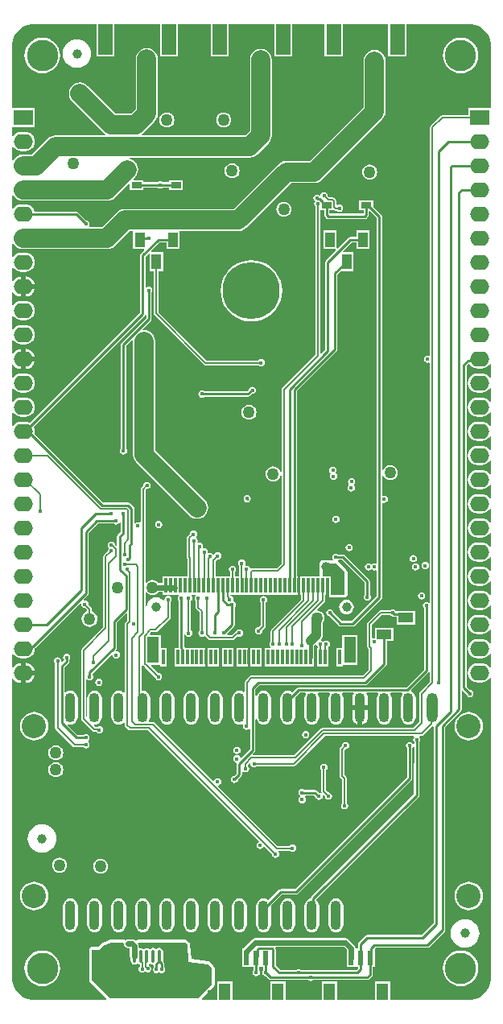
<source format=gtl>
G04*
G04 #@! TF.GenerationSoftware,Altium Limited,Altium Designer,22.4.2 (48)*
G04*
G04 Layer_Physical_Order=1*
G04 Layer_Color=255*
%FSLAX25Y25*%
%MOIN*%
G70*
G04*
G04 #@! TF.SameCoordinates,63F2D315-15D7-4541-B076-0863086383BD*
G04*
G04*
G04 #@! TF.FilePolarity,Positive*
G04*
G01*
G75*
%ADD10C,0.00787*%
%ADD13C,0.05000*%
%ADD14R,0.06299X0.03937*%
%ADD15R,0.02362X0.06102*%
%ADD16R,0.04724X0.06693*%
%ADD17R,0.05906X0.12598*%
%ADD18R,0.03937X0.13780*%
%ADD19R,0.01181X0.06102*%
%ADD20R,0.04724X0.10827*%
%ADD21O,0.01575X0.05315*%
%ADD22R,0.07480X0.07087*%
G04:AMPARAMS|DCode=23|XSize=62.99mil|YSize=55.12mil|CornerRadius=13.78mil|HoleSize=0mil|Usage=FLASHONLY|Rotation=180.000|XOffset=0mil|YOffset=0mil|HoleType=Round|Shape=RoundedRectangle|*
%AMROUNDEDRECTD23*
21,1,0.06299,0.02756,0,0,180.0*
21,1,0.03543,0.05512,0,0,180.0*
1,1,0.02756,-0.01772,0.01378*
1,1,0.02756,0.01772,0.01378*
1,1,0.02756,0.01772,-0.01378*
1,1,0.02756,-0.01772,-0.01378*
%
%ADD23ROUNDEDRECTD23*%
%ADD24R,0.04134X0.02559*%
%ADD25R,0.03937X0.06299*%
%ADD49C,0.03937*%
%ADD50C,0.00984*%
%ADD51C,0.07874*%
%ADD52C,0.03937*%
%ADD53C,0.01575*%
%ADD54C,0.02362*%
%ADD55C,0.00700*%
%ADD56C,0.07874*%
G04:AMPARAMS|DCode=57|XSize=45.67mil|YSize=122.05mil|CornerRadius=22.84mil|HoleSize=0mil|Usage=FLASHONLY|Rotation=0.000|XOffset=0mil|YOffset=0mil|HoleType=Round|Shape=RoundedRectangle|*
%AMROUNDEDRECTD57*
21,1,0.04567,0.07638,0,0,0.0*
21,1,0.00000,0.12205,0,0,0.0*
1,1,0.04567,0.00000,-0.03819*
1,1,0.04567,0.00000,-0.03819*
1,1,0.04567,0.00000,0.03819*
1,1,0.04567,0.00000,0.03819*
%
%ADD57ROUNDEDRECTD57*%
G04:AMPARAMS|DCode=58|XSize=43.31mil|YSize=122.05mil|CornerRadius=21.65mil|HoleSize=0mil|Usage=FLASHONLY|Rotation=0.000|XOffset=0mil|YOffset=0mil|HoleType=Round|Shape=RoundedRectangle|*
%AMROUNDEDRECTD58*
21,1,0.04331,0.07874,0,0,0.0*
21,1,0.00000,0.12205,0,0,0.0*
1,1,0.04331,0.00000,-0.03937*
1,1,0.04331,0.00000,-0.03937*
1,1,0.04331,0.00000,0.03937*
1,1,0.04331,0.00000,0.03937*
%
%ADD58ROUNDEDRECTD58*%
%ADD59O,0.03543X0.06299*%
%ADD60C,0.23622*%
%ADD61O,0.07874X0.06299*%
%ADD62R,0.07874X0.06299*%
%ADD63C,0.10000*%
%ADD64C,0.12992*%
%ADD65C,0.01772*%
G36*
X192708Y404381D02*
X194381Y403687D01*
X195888Y402681D01*
X197169Y401400D01*
X198176Y399893D01*
X198869Y398219D01*
X199222Y396443D01*
Y395537D01*
Y370141D01*
X189701D01*
Y367145D01*
X179142D01*
X178758Y367069D01*
X178432Y366851D01*
X174290Y362710D01*
X174073Y362384D01*
X173996Y362000D01*
Y267628D01*
X173496Y267389D01*
X173000Y267488D01*
X172424Y267374D01*
X171936Y267047D01*
X171609Y266559D01*
X171495Y265983D01*
X171609Y265407D01*
X171936Y264918D01*
X172424Y264592D01*
X173000Y264478D01*
X173496Y264576D01*
X173996Y264338D01*
X173996Y165318D01*
X173774Y165187D01*
X173496Y165110D01*
X173076Y165391D01*
X172500Y165505D01*
X171924Y165391D01*
X171436Y165064D01*
X171109Y164576D01*
X170995Y164000D01*
X171109Y163424D01*
X171396Y162995D01*
Y137457D01*
X164043Y130104D01*
X119658D01*
X119235Y130020D01*
X118877Y129781D01*
X117022Y127926D01*
X116521Y128311D01*
X115787Y128615D01*
X115000Y128718D01*
X114213Y128615D01*
X113479Y128311D01*
X112849Y127828D01*
X112366Y127198D01*
X112062Y126464D01*
X111959Y125677D01*
Y117803D01*
X112062Y117016D01*
X112366Y116282D01*
X112849Y115653D01*
X113479Y115169D01*
X114213Y114865D01*
X115000Y114762D01*
X115787Y114865D01*
X116521Y115169D01*
X117151Y115653D01*
X117634Y116282D01*
X117938Y117016D01*
X118041Y117803D01*
Y125677D01*
X118024Y125806D01*
X120115Y127896D01*
X122272D01*
X122518Y127396D01*
X122366Y127198D01*
X122062Y126464D01*
X121959Y125677D01*
Y117803D01*
X122062Y117016D01*
X122366Y116282D01*
X122849Y115653D01*
X123479Y115169D01*
X124213Y114865D01*
X125000Y114762D01*
X125787Y114865D01*
X126521Y115169D01*
X127151Y115653D01*
X127634Y116282D01*
X127938Y117016D01*
X128041Y117803D01*
Y125677D01*
X127938Y126464D01*
X127634Y127198D01*
X127482Y127396D01*
X127728Y127896D01*
X132272D01*
X132518Y127396D01*
X132366Y127198D01*
X132062Y126464D01*
X131959Y125677D01*
Y117803D01*
X132062Y117016D01*
X132366Y116282D01*
X132849Y115653D01*
X133479Y115169D01*
X134213Y114865D01*
X135000Y114762D01*
X135787Y114865D01*
X136521Y115169D01*
X137151Y115653D01*
X137634Y116282D01*
X137938Y117016D01*
X138041Y117803D01*
Y125677D01*
X137938Y126464D01*
X137634Y127198D01*
X137482Y127396D01*
X137728Y127896D01*
X142148D01*
X142369Y127448D01*
X142235Y127273D01*
X141916Y126504D01*
X141807Y125677D01*
Y122740D01*
X148193D01*
Y125677D01*
X148084Y126504D01*
X147765Y127273D01*
X147631Y127448D01*
X147852Y127896D01*
X152272D01*
X152518Y127396D01*
X152366Y127198D01*
X152062Y126464D01*
X151959Y125677D01*
Y117803D01*
X152062Y117016D01*
X152366Y116282D01*
X152849Y115653D01*
X153479Y115169D01*
X154213Y114865D01*
X155000Y114762D01*
X155787Y114865D01*
X156521Y115169D01*
X157151Y115653D01*
X157634Y116282D01*
X157938Y117016D01*
X158041Y117803D01*
Y125677D01*
X157938Y126464D01*
X157634Y127198D01*
X157482Y127396D01*
X157728Y127896D01*
X162272D01*
X162518Y127396D01*
X162366Y127198D01*
X162062Y126464D01*
X161959Y125677D01*
Y117803D01*
X162062Y117016D01*
X162366Y116282D01*
X162849Y115653D01*
X163479Y115169D01*
X164213Y114865D01*
X165000Y114762D01*
X165787Y114865D01*
X166521Y115169D01*
X167151Y115653D01*
X167634Y116282D01*
X167938Y117016D01*
X168041Y117803D01*
Y125677D01*
X167938Y126464D01*
X167634Y127198D01*
X167151Y127828D01*
X166521Y128311D01*
X166209Y128440D01*
X166091Y129030D01*
X173281Y136219D01*
X173496Y136543D01*
X173533Y136547D01*
X173996Y136248D01*
Y132416D01*
X169790Y128210D01*
X169573Y127884D01*
X169497Y127500D01*
Y115916D01*
X166962Y113382D01*
X129429D01*
X129045Y113305D01*
X128720Y113088D01*
X117636Y102004D01*
X100718D01*
X100527Y102465D01*
X101281Y103219D01*
X101520Y103578D01*
X101604Y104000D01*
Y116816D01*
X102104Y116916D01*
X102366Y116282D01*
X102849Y115653D01*
X103479Y115169D01*
X104213Y114865D01*
X105000Y114762D01*
X105787Y114865D01*
X106521Y115169D01*
X107151Y115653D01*
X107634Y116282D01*
X107938Y117016D01*
X108041Y117803D01*
Y125677D01*
X107938Y126464D01*
X107634Y127198D01*
X107151Y127828D01*
X106521Y128311D01*
X105787Y128615D01*
X105000Y128718D01*
X104213Y128615D01*
X103479Y128311D01*
X102849Y127828D01*
X102366Y127198D01*
X102104Y126565D01*
X101604Y126664D01*
Y129327D01*
X103173Y130896D01*
X147216D01*
X147639Y130980D01*
X147997Y131219D01*
X155753Y138976D01*
X155992Y139334D01*
X156076Y139756D01*
Y149244D01*
X158909D01*
Y154756D01*
X151035D01*
Y150545D01*
X150870Y150409D01*
X150504Y150336D01*
X150004Y150656D01*
Y156084D01*
X153916Y159996D01*
X157395D01*
X157436Y159936D01*
X157924Y159609D01*
X158485Y159498D01*
X158711Y159346D01*
X159134Y159262D01*
X160091D01*
Y156134D01*
X167965D01*
Y161646D01*
X160091D01*
X159688Y161880D01*
X159564Y162064D01*
X159076Y162391D01*
X158500Y162505D01*
X157924Y162391D01*
X157436Y162064D01*
X157395Y162004D01*
X153500D01*
X153116Y161927D01*
X152790Y161710D01*
X148290Y157210D01*
X148073Y156884D01*
X147996Y156500D01*
Y147000D01*
X148073Y146616D01*
X148290Y146290D01*
X148496Y146084D01*
Y137416D01*
X146084Y135003D01*
X100000D01*
X99616Y134927D01*
X99290Y134710D01*
X97440Y132859D01*
X97223Y132534D01*
X97146Y132150D01*
Y128396D01*
X96698Y128175D01*
X96521Y128311D01*
X95787Y128615D01*
X95000Y128718D01*
X94213Y128615D01*
X93479Y128311D01*
X92849Y127828D01*
X92366Y127198D01*
X92062Y126464D01*
X91959Y125677D01*
Y117803D01*
X92062Y117016D01*
X92366Y116282D01*
X92849Y115653D01*
X93479Y115169D01*
X94213Y114865D01*
X95000Y114762D01*
X95787Y114865D01*
X96360Y115103D01*
X96691Y114699D01*
X96609Y114576D01*
X96495Y114000D01*
X96609Y113424D01*
X96936Y112936D01*
X97424Y112609D01*
X98000Y112495D01*
X98576Y112609D01*
X98896Y112823D01*
X99396Y112601D01*
Y104457D01*
X95869Y100930D01*
X95508Y101040D01*
X95358Y101126D01*
X95064Y101564D01*
X94576Y101891D01*
X94000Y102005D01*
X93424Y101891D01*
X92936Y101564D01*
X92609Y101076D01*
X92495Y100500D01*
X92609Y99924D01*
X92936Y99436D01*
X93424Y99109D01*
X93535Y99087D01*
X93897Y98505D01*
X93896Y98500D01*
Y94457D01*
X92930Y93491D01*
X92424Y93391D01*
X91936Y93064D01*
X91609Y92576D01*
X91495Y92000D01*
X91609Y91424D01*
X91936Y90936D01*
X92424Y90609D01*
X93000Y90495D01*
X93576Y90609D01*
X94064Y90936D01*
X94391Y91424D01*
X94491Y91930D01*
X95781Y93219D01*
X96020Y93578D01*
X96104Y94000D01*
Y95064D01*
X96151Y95104D01*
X96604Y95285D01*
X96952Y95052D01*
X97528Y94938D01*
X98104Y95052D01*
X98593Y95379D01*
X98919Y95867D01*
X99034Y96443D01*
X98919Y97019D01*
X98593Y97507D01*
X98532Y97548D01*
Y98113D01*
X99091Y98671D01*
X99395Y98562D01*
X99576Y98450D01*
X99681Y97924D01*
X100007Y97436D01*
X100496Y97109D01*
X101072Y96995D01*
X101648Y97109D01*
X102136Y97436D01*
X102177Y97496D01*
X117500D01*
X117884Y97573D01*
X118210Y97790D01*
X130416Y109996D01*
X167182D01*
X167313Y109774D01*
X167390Y109496D01*
X167109Y109076D01*
X166995Y108500D01*
X167109Y107924D01*
X167396Y107495D01*
Y106598D01*
X166896Y106549D01*
X166891Y106576D01*
X166564Y107064D01*
X166076Y107391D01*
X165500Y107505D01*
X164924Y107391D01*
X164436Y107064D01*
X164109Y106576D01*
X163995Y106000D01*
X164109Y105424D01*
X164396Y104995D01*
Y92957D01*
X118043Y46604D01*
X112157D01*
X111735Y46520D01*
X111377Y46281D01*
X107022Y41926D01*
X106521Y42311D01*
X105787Y42615D01*
X105000Y42718D01*
X104213Y42615D01*
X103479Y42311D01*
X102849Y41828D01*
X102366Y41198D01*
X102062Y40464D01*
X101959Y39677D01*
Y31803D01*
X102062Y31016D01*
X102366Y30283D01*
X102849Y29653D01*
X103479Y29169D01*
X104213Y28865D01*
X105000Y28762D01*
X105787Y28865D01*
X106521Y29169D01*
X107151Y29653D01*
X107634Y30283D01*
X107938Y31016D01*
X108041Y31803D01*
Y39677D01*
X108024Y39806D01*
X112615Y44396D01*
X118500D01*
X118922Y44480D01*
X119281Y44719D01*
X166281Y91719D01*
X166520Y92078D01*
X166604Y92500D01*
Y104995D01*
X166891Y105424D01*
X166896Y105451D01*
X167396Y105402D01*
Y98857D01*
X167354Y98795D01*
X167270Y98372D01*
Y85887D01*
X124726Y43343D01*
X124487Y42985D01*
X124418Y42642D01*
X124213Y42615D01*
X123479Y42311D01*
X122849Y41828D01*
X122366Y41198D01*
X122062Y40464D01*
X121959Y39677D01*
Y31803D01*
X122062Y31016D01*
X122366Y30283D01*
X122849Y29653D01*
X123479Y29169D01*
X124213Y28865D01*
X125000Y28762D01*
X125787Y28865D01*
X126521Y29169D01*
X127151Y29653D01*
X127634Y30283D01*
X127938Y31016D01*
X128041Y31803D01*
Y39677D01*
X127938Y40464D01*
X127634Y41198D01*
X127151Y41828D01*
X126989Y41952D01*
X126956Y42451D01*
X169155Y84649D01*
X169394Y85008D01*
X169478Y85430D01*
Y98013D01*
X169520Y98076D01*
X169604Y98498D01*
Y107495D01*
X169891Y107924D01*
X170005Y108500D01*
X169891Y109076D01*
X169610Y109496D01*
X169687Y109774D01*
X169818Y109996D01*
X170500D01*
X170884Y110073D01*
X171210Y110290D01*
X174896Y113977D01*
X175396Y113770D01*
Y32457D01*
X170543Y27604D01*
X148000D01*
X147578Y27520D01*
X147219Y27281D01*
X144495Y24556D01*
X144256Y24198D01*
X144172Y23776D01*
Y21905D01*
X143145D01*
Y22161D01*
X143007Y22853D01*
X142616Y23439D01*
X140277Y25777D01*
X139691Y26169D01*
X139000Y26306D01*
X101664D01*
X100972Y26169D01*
X100387Y25777D01*
X96688Y22079D01*
X96572Y21905D01*
X96063D01*
Y14228D01*
X100880D01*
Y12982D01*
X100609Y12576D01*
X100495Y12000D01*
X100609Y11424D01*
X100936Y10936D01*
X101424Y10609D01*
X102000Y10495D01*
X102576Y10609D01*
X103064Y10936D01*
X103391Y11424D01*
X103505Y12000D01*
X103391Y12576D01*
X103088Y13029D01*
Y14228D01*
X104802D01*
Y12864D01*
X104609Y12576D01*
X104495Y12000D01*
X104609Y11424D01*
X104936Y10936D01*
X105424Y10609D01*
X105930Y10509D01*
X107219Y9219D01*
X107578Y8980D01*
X108000Y8896D01*
X123495D01*
X123924Y8609D01*
X124500Y8495D01*
X125076Y8609D01*
X125505Y8896D01*
X148000D01*
X148422Y8980D01*
X148781Y9219D01*
X149993Y10432D01*
X150232Y10790D01*
X150317Y11213D01*
Y14228D01*
X151181D01*
Y21905D01*
X151181Y21905D01*
X151181D01*
X151384Y22323D01*
X151457Y22396D01*
X173000D01*
X173422Y22480D01*
X173781Y22719D01*
X179914Y28853D01*
X180154Y29211D01*
X180238Y29634D01*
Y113677D01*
X186781Y120219D01*
X187020Y120578D01*
X187104Y121000D01*
Y128628D01*
X187604Y128835D01*
X189009Y127430D01*
X189109Y126924D01*
X189436Y126436D01*
X189924Y126109D01*
X190500Y125995D01*
X191076Y126109D01*
X191564Y126436D01*
X191891Y126924D01*
X192005Y127500D01*
X191891Y128076D01*
X191564Y128564D01*
X191076Y128891D01*
X190570Y128991D01*
X189104Y130457D01*
Y263260D01*
X189780Y263936D01*
X190411Y263860D01*
X190848Y263289D01*
X191684Y262648D01*
X192657Y262245D01*
X193701Y262108D01*
X195276D01*
X196320Y262245D01*
X197293Y262648D01*
X198128Y263289D01*
X198722Y264063D01*
X198940Y264049D01*
X199222Y263924D01*
Y258359D01*
X198940Y258235D01*
X198722Y258220D01*
X198128Y258994D01*
X197293Y259635D01*
X196320Y260038D01*
X195276Y260176D01*
X193701D01*
X192657Y260038D01*
X191684Y259635D01*
X190848Y258994D01*
X190207Y258159D01*
X189804Y257186D01*
X189667Y256142D01*
X189804Y255098D01*
X190207Y254125D01*
X190848Y253289D01*
X191684Y252648D01*
X192657Y252245D01*
X193701Y252108D01*
X195276D01*
X196320Y252245D01*
X197293Y252648D01*
X198128Y253289D01*
X198722Y254063D01*
X198940Y254049D01*
X199222Y253924D01*
Y248359D01*
X198940Y248235D01*
X198722Y248220D01*
X198128Y248994D01*
X197293Y249635D01*
X196320Y250038D01*
X195276Y250176D01*
X193701D01*
X192657Y250038D01*
X191684Y249635D01*
X190848Y248994D01*
X190207Y248159D01*
X189804Y247186D01*
X189667Y246142D01*
X189804Y245098D01*
X190207Y244125D01*
X190848Y243289D01*
X191684Y242648D01*
X192657Y242245D01*
X193701Y242108D01*
X195276D01*
X196320Y242245D01*
X197293Y242648D01*
X198128Y243289D01*
X198722Y244063D01*
X198940Y244049D01*
X199222Y243924D01*
Y238359D01*
X198940Y238234D01*
X198722Y238220D01*
X198128Y238994D01*
X197293Y239635D01*
X196320Y240038D01*
X195276Y240176D01*
X193701D01*
X192657Y240038D01*
X191684Y239635D01*
X190848Y238994D01*
X190207Y238159D01*
X189804Y237186D01*
X189667Y236142D01*
X189804Y235098D01*
X190207Y234125D01*
X190848Y233289D01*
X191684Y232648D01*
X192657Y232245D01*
X193701Y232108D01*
X195276D01*
X196320Y232245D01*
X197293Y232648D01*
X198128Y233289D01*
X198722Y234063D01*
X198940Y234049D01*
X199222Y233924D01*
Y228359D01*
X198940Y228235D01*
X198722Y228220D01*
X198128Y228994D01*
X197293Y229635D01*
X196320Y230038D01*
X195276Y230176D01*
X193701D01*
X192657Y230038D01*
X191684Y229635D01*
X190848Y228994D01*
X190207Y228159D01*
X189804Y227186D01*
X189667Y226142D01*
X189804Y225098D01*
X190207Y224125D01*
X190848Y223289D01*
X191684Y222648D01*
X192657Y222245D01*
X193701Y222108D01*
X195276D01*
X196320Y222245D01*
X197293Y222648D01*
X198128Y223289D01*
X198722Y224063D01*
X198940Y224049D01*
X199222Y223924D01*
Y218359D01*
X198940Y218234D01*
X198722Y218220D01*
X198128Y218994D01*
X197293Y219635D01*
X196320Y220038D01*
X195276Y220176D01*
X193701D01*
X192657Y220038D01*
X191684Y219635D01*
X190848Y218994D01*
X190207Y218159D01*
X189804Y217186D01*
X189667Y216142D01*
X189804Y215098D01*
X190207Y214125D01*
X190848Y213289D01*
X191684Y212648D01*
X192657Y212245D01*
X193701Y212108D01*
X195276D01*
X196320Y212245D01*
X197293Y212648D01*
X198128Y213289D01*
X198722Y214063D01*
X198940Y214049D01*
X199222Y213924D01*
Y208359D01*
X198940Y208235D01*
X198722Y208220D01*
X198128Y208994D01*
X197293Y209635D01*
X196320Y210038D01*
X195276Y210176D01*
X193701D01*
X192657Y210038D01*
X191684Y209635D01*
X190848Y208994D01*
X190207Y208159D01*
X189804Y207186D01*
X189667Y206142D01*
X189804Y205098D01*
X190207Y204125D01*
X190848Y203289D01*
X191684Y202648D01*
X192657Y202245D01*
X193701Y202108D01*
X195276D01*
X196320Y202245D01*
X197293Y202648D01*
X198128Y203289D01*
X198722Y204063D01*
X198940Y204049D01*
X199222Y203924D01*
Y198359D01*
X198940Y198234D01*
X198722Y198220D01*
X198128Y198994D01*
X197293Y199635D01*
X196320Y200038D01*
X195276Y200176D01*
X193701D01*
X192657Y200038D01*
X191684Y199635D01*
X190848Y198994D01*
X190207Y198159D01*
X189804Y197186D01*
X189667Y196142D01*
X189804Y195098D01*
X190207Y194125D01*
X190848Y193289D01*
X191684Y192648D01*
X192657Y192245D01*
X193701Y192108D01*
X195276D01*
X196320Y192245D01*
X197293Y192648D01*
X198128Y193289D01*
X198722Y194063D01*
X198940Y194049D01*
X199222Y193924D01*
Y188359D01*
X198940Y188234D01*
X198722Y188220D01*
X198128Y188994D01*
X197293Y189635D01*
X196320Y190038D01*
X195276Y190176D01*
X193701D01*
X192657Y190038D01*
X191684Y189635D01*
X190848Y188994D01*
X190207Y188159D01*
X189804Y187186D01*
X189667Y186142D01*
X189804Y185098D01*
X190207Y184125D01*
X190848Y183289D01*
X191684Y182648D01*
X192657Y182245D01*
X193701Y182108D01*
X195276D01*
X196320Y182245D01*
X197293Y182648D01*
X198128Y183289D01*
X198722Y184063D01*
X198940Y184049D01*
X199222Y183924D01*
Y178359D01*
X198940Y178234D01*
X198722Y178220D01*
X198128Y178994D01*
X197293Y179635D01*
X196320Y180038D01*
X195276Y180176D01*
X193701D01*
X192657Y180038D01*
X191684Y179635D01*
X190848Y178994D01*
X190207Y178159D01*
X189804Y177186D01*
X189667Y176142D01*
X189804Y175098D01*
X190207Y174125D01*
X190848Y173289D01*
X191684Y172648D01*
X192657Y172245D01*
X193701Y172108D01*
X195276D01*
X196320Y172245D01*
X197293Y172648D01*
X198128Y173289D01*
X198722Y174063D01*
X198940Y174049D01*
X199222Y173924D01*
Y168359D01*
X198940Y168234D01*
X198722Y168220D01*
X198128Y168994D01*
X197293Y169635D01*
X196320Y170038D01*
X195276Y170176D01*
X193701D01*
X192657Y170038D01*
X191684Y169635D01*
X190848Y168994D01*
X190207Y168159D01*
X189804Y167186D01*
X189667Y166142D01*
X189804Y165098D01*
X190207Y164125D01*
X190848Y163289D01*
X191684Y162648D01*
X192657Y162245D01*
X193701Y162108D01*
X195276D01*
X196320Y162245D01*
X197293Y162648D01*
X198128Y163289D01*
X198722Y164063D01*
X198940Y164049D01*
X199222Y163924D01*
Y158359D01*
X198940Y158234D01*
X198722Y158220D01*
X198128Y158994D01*
X197293Y159635D01*
X196320Y160038D01*
X195276Y160176D01*
X193701D01*
X192657Y160038D01*
X191684Y159635D01*
X190848Y158994D01*
X190207Y158159D01*
X189804Y157186D01*
X189667Y156142D01*
X189804Y155098D01*
X190207Y154125D01*
X190848Y153289D01*
X191684Y152648D01*
X192657Y152245D01*
X193701Y152108D01*
X195276D01*
X196320Y152245D01*
X197293Y152648D01*
X198128Y153289D01*
X198722Y154063D01*
X198940Y154049D01*
X199222Y153924D01*
Y148359D01*
X198940Y148234D01*
X198722Y148220D01*
X198128Y148994D01*
X197293Y149635D01*
X196320Y150038D01*
X195276Y150176D01*
X193701D01*
X192657Y150038D01*
X191684Y149635D01*
X190848Y148994D01*
X190207Y148159D01*
X189804Y147186D01*
X189667Y146142D01*
X189804Y145098D01*
X190207Y144125D01*
X190848Y143289D01*
X191684Y142648D01*
X192657Y142245D01*
X193701Y142108D01*
X195276D01*
X196320Y142245D01*
X197293Y142648D01*
X198128Y143289D01*
X198722Y144063D01*
X198940Y144049D01*
X199222Y143924D01*
Y138359D01*
X198940Y138234D01*
X198722Y138220D01*
X198128Y138994D01*
X197293Y139635D01*
X196320Y140038D01*
X195276Y140176D01*
X193701D01*
X192657Y140038D01*
X191684Y139635D01*
X190848Y138994D01*
X190207Y138159D01*
X189804Y137186D01*
X189667Y136142D01*
X189804Y135098D01*
X190207Y134125D01*
X190848Y133289D01*
X191684Y132648D01*
X192657Y132245D01*
X193701Y132108D01*
X195276D01*
X196320Y132245D01*
X197293Y132648D01*
X198128Y133289D01*
X198722Y134063D01*
X198940Y134049D01*
X199222Y133924D01*
Y10025D01*
Y9119D01*
X198869Y7342D01*
X198176Y5669D01*
X197169Y4162D01*
X195888Y2881D01*
X194381Y1874D01*
X192708Y1181D01*
X190931Y828D01*
X190025Y828D01*
X157480D01*
Y8295D01*
X151181D01*
Y828D01*
X135433D01*
Y8295D01*
X129134D01*
Y828D01*
X114173D01*
Y8295D01*
X107874D01*
Y828D01*
X92126D01*
Y8295D01*
X85827D01*
Y828D01*
X79684D01*
X79493Y1290D01*
X84351Y6148D01*
X84613Y6539D01*
X84704Y7000D01*
X84704Y7000D01*
Y14000D01*
X84704Y14000D01*
X84613Y14461D01*
X84351Y14852D01*
X82851Y16352D01*
X82717Y16441D01*
X82595Y16547D01*
X82524Y16571D01*
X82461Y16613D01*
X82302Y16644D01*
X82149Y16695D01*
X75123Y17573D01*
X74638Y23658D01*
X74587Y23839D01*
X74550Y24023D01*
X74523Y24064D01*
X74510Y24110D01*
X74393Y24258D01*
X74289Y24414D01*
X73352Y25352D01*
X73352Y25352D01*
X72961Y25613D01*
X72500Y25704D01*
X72500Y25704D01*
X53230D01*
X53056Y25670D01*
X52880Y25652D01*
X52828Y25624D01*
X52769Y25613D01*
X52622Y25514D01*
X52466Y25431D01*
X52428Y25385D01*
X52378Y25352D01*
X51840Y25238D01*
X51724Y25298D01*
X51235Y25626D01*
X50543Y25763D01*
X49000D01*
X48309Y25626D01*
X48212Y25561D01*
X47759Y25352D01*
X47612Y25450D01*
X47475Y25562D01*
X47418Y25579D01*
X47368Y25613D01*
X47195Y25647D01*
X47026Y25699D01*
X46966Y25693D01*
X46908Y25704D01*
X42000D01*
X41993Y25703D01*
X41985Y25704D01*
X41763Y25657D01*
X41539Y25613D01*
X41533Y25608D01*
X41526Y25607D01*
X38026Y24107D01*
X37838Y23978D01*
X37648Y23852D01*
X36501Y22704D01*
X34000D01*
X33539Y22613D01*
X33149Y22352D01*
X32887Y21961D01*
X32796Y21500D01*
Y9000D01*
X32887Y8539D01*
X33149Y8149D01*
X40007Y1290D01*
X39816Y828D01*
X9119D01*
X7342Y1181D01*
X5669Y1874D01*
X4162Y2881D01*
X2881Y4162D01*
X1874Y5669D01*
X1181Y7342D01*
X828Y9119D01*
X828Y10025D01*
Y133582D01*
X1328Y133752D01*
X1765Y133182D01*
X2632Y132517D01*
X3641Y132099D01*
X4512Y131984D01*
Y136142D01*
Y140299D01*
X3641Y140184D01*
X2632Y139766D01*
X1765Y139101D01*
X1328Y138532D01*
X828Y138701D01*
Y143844D01*
X1328Y143998D01*
X1872Y143289D01*
X2707Y142648D01*
X3680Y142245D01*
X4724Y142108D01*
X6299D01*
X7343Y142245D01*
X8316Y142648D01*
X9152Y143289D01*
X9793Y144125D01*
X10196Y145098D01*
X10333Y146142D01*
X10313Y146294D01*
X10439Y146378D01*
X29090Y165029D01*
X29551Y164783D01*
X29495Y164500D01*
X29609Y163924D01*
X29936Y163436D01*
X30424Y163109D01*
X31000Y162995D01*
X31072Y163009D01*
X31976Y162104D01*
X31926Y161613D01*
X31342Y161372D01*
X30655Y160845D01*
X30128Y160158D01*
X29797Y159358D01*
X29684Y158500D01*
X29797Y157642D01*
X30128Y156842D01*
X30655Y156155D01*
X31342Y155629D01*
X32142Y155297D01*
X33000Y155184D01*
X33858Y155297D01*
X34658Y155629D01*
X35345Y156155D01*
X35871Y156842D01*
X36203Y157642D01*
X36316Y158500D01*
X36203Y159358D01*
X35871Y160158D01*
X35345Y160845D01*
X34658Y161372D01*
X34003Y161643D01*
Y162500D01*
X33927Y162884D01*
X33710Y163210D01*
X32491Y164428D01*
X32505Y164500D01*
X32391Y165076D01*
X32064Y165564D01*
X31576Y165891D01*
X31000Y166005D01*
X30717Y165949D01*
X30471Y166410D01*
X32281Y168219D01*
X32520Y168578D01*
X32604Y169000D01*
Y194043D01*
X36457Y197896D01*
X42995D01*
X43424Y197609D01*
X44000Y197495D01*
X44576Y197609D01*
X45064Y197936D01*
X45391Y198424D01*
X45396Y198451D01*
X45896Y198402D01*
Y194457D01*
X44688Y193249D01*
X44449Y192891D01*
X44365Y192469D01*
Y188828D01*
X43903Y188637D01*
X43497Y189042D01*
X43391Y189576D01*
X43064Y190064D01*
X42576Y190391D01*
X42000Y190505D01*
X41424Y190391D01*
X40936Y190064D01*
X40609Y189576D01*
X40495Y189000D01*
X40609Y188424D01*
X40936Y187936D01*
X40741Y187464D01*
X40523Y187138D01*
X40408Y186562D01*
X40433Y186439D01*
X38928Y184934D01*
X38711Y184608D01*
X38634Y184224D01*
Y155053D01*
X29708Y146127D01*
X29491Y145802D01*
X29414Y145418D01*
Y117214D01*
X29491Y116830D01*
X29708Y116504D01*
X34234Y111979D01*
X34560Y111761D01*
X34944Y111685D01*
X35769D01*
X35936Y111436D01*
X36424Y111109D01*
X37000Y110995D01*
X37576Y111109D01*
X38064Y111436D01*
X38391Y111924D01*
X38505Y112500D01*
X38391Y113076D01*
X38064Y113564D01*
X37576Y113891D01*
X37000Y114005D01*
X36424Y113891D01*
X36126Y113692D01*
X35359D01*
X34762Y114289D01*
X34996Y114762D01*
X35000Y114762D01*
X35787Y114865D01*
X36521Y115169D01*
X37151Y115653D01*
X37634Y116282D01*
X37938Y117016D01*
X38041Y117803D01*
Y125677D01*
X37938Y126464D01*
X37634Y127198D01*
X37151Y127828D01*
X36521Y128311D01*
X35787Y128615D01*
X35000Y128718D01*
X34213Y128615D01*
X33479Y128311D01*
X32849Y127828D01*
X32366Y127198D01*
X32062Y126464D01*
X31959Y125677D01*
Y118346D01*
X31459Y118068D01*
X31421Y118091D01*
Y133305D01*
X31921Y133457D01*
X31936Y133436D01*
X32424Y133109D01*
X33000Y132995D01*
X33576Y133109D01*
X34064Y133436D01*
X34391Y133924D01*
X34505Y134500D01*
X34391Y135076D01*
X34104Y135505D01*
Y135827D01*
X42037Y143759D01*
X42497Y143513D01*
X42495Y143500D01*
X42609Y142924D01*
X42936Y142436D01*
X43424Y142109D01*
X44000Y141995D01*
X44576Y142109D01*
X45064Y142436D01*
X45391Y142924D01*
X45505Y143500D01*
X45391Y144076D01*
X45064Y144564D01*
X44576Y144891D01*
X44000Y145005D01*
X43987Y145003D01*
X43741Y145464D01*
X43990Y145712D01*
X44229Y146071D01*
X44313Y146493D01*
Y157034D01*
X48094Y160815D01*
X48555Y160623D01*
Y157816D01*
X47790Y157051D01*
X47573Y156726D01*
X47497Y156342D01*
Y128153D01*
X46997Y127946D01*
X46521Y128311D01*
X45787Y128615D01*
X45000Y128718D01*
X44213Y128615D01*
X43479Y128311D01*
X42849Y127828D01*
X42366Y127198D01*
X42062Y126464D01*
X41959Y125677D01*
Y117803D01*
X42062Y117016D01*
X42366Y116282D01*
X42849Y115653D01*
X43479Y115169D01*
X44213Y114865D01*
X45000Y114762D01*
X45787Y114865D01*
X46521Y115169D01*
X46997Y115534D01*
X47497Y115328D01*
Y114500D01*
X47573Y114116D01*
X47790Y113790D01*
X49015Y112566D01*
X49340Y112348D01*
X49724Y112272D01*
X57309D01*
X103051Y66529D01*
X102924Y65950D01*
X102613Y65742D01*
X102287Y65254D01*
X102172Y64678D01*
X102287Y64102D01*
X102613Y63613D01*
X103102Y63287D01*
X103678Y63172D01*
X104254Y63287D01*
X104742Y63613D01*
X104950Y63924D01*
X105529Y64051D01*
X108509Y61072D01*
X108495Y61000D01*
X108609Y60424D01*
X108936Y59936D01*
X109424Y59609D01*
X110000Y59495D01*
X110576Y59609D01*
X111064Y59936D01*
X111391Y60424D01*
X111505Y61000D01*
X111391Y61576D01*
X111110Y61997D01*
X111187Y62274D01*
X111318Y62497D01*
X115895D01*
X115936Y62436D01*
X116424Y62109D01*
X117000Y61995D01*
X117576Y62109D01*
X118064Y62436D01*
X118391Y62924D01*
X118505Y63500D01*
X118391Y64076D01*
X118064Y64564D01*
X117576Y64891D01*
X117000Y65005D01*
X116424Y64891D01*
X115936Y64564D01*
X115895Y64504D01*
X110916D01*
X86362Y89057D01*
X86527Y89600D01*
X86576Y89609D01*
X87064Y89936D01*
X87391Y90424D01*
X87505Y91000D01*
X87391Y91576D01*
X87064Y92064D01*
X86576Y92391D01*
X86000Y92505D01*
X85424Y92391D01*
X84936Y92064D01*
X84609Y91576D01*
X84600Y91527D01*
X84057Y91362D01*
X60056Y115363D01*
X59730Y115581D01*
X59346Y115657D01*
X57719D01*
X57498Y116105D01*
X57634Y116282D01*
X57938Y117016D01*
X58041Y117803D01*
Y125677D01*
X57938Y126464D01*
X57634Y127198D01*
X57151Y127828D01*
X56521Y128311D01*
X55787Y128615D01*
X55000Y128718D01*
X54879Y128703D01*
X54504Y129032D01*
Y139123D01*
X54967Y139431D01*
X55003Y139427D01*
X55196Y139139D01*
X55773Y138562D01*
X55783Y138555D01*
X55791Y138544D01*
X60002Y134539D01*
X59995Y134500D01*
X60109Y133924D01*
X60436Y133436D01*
X60924Y133109D01*
X61500Y132995D01*
X62076Y133109D01*
X62564Y133436D01*
X62891Y133924D01*
X63005Y134500D01*
X62891Y135076D01*
X62564Y135564D01*
X62076Y135891D01*
X61500Y136005D01*
X61395Y135984D01*
X58220Y139004D01*
X58405Y139469D01*
X62205D01*
Y138779D01*
X64961D01*
Y146457D01*
X62402D01*
Y151870D01*
X58054D01*
X57835Y152320D01*
X58192Y152772D01*
X58317Y152898D01*
X60203D01*
X60587Y152974D01*
X60912Y153191D01*
X66210Y158489D01*
X66427Y158814D01*
X66504Y159198D01*
Y165395D01*
X66564Y165436D01*
X66891Y165924D01*
X67005Y166500D01*
X66891Y167076D01*
X66564Y167564D01*
X66076Y167891D01*
X65500Y168005D01*
X64924Y167891D01*
X64436Y167564D01*
X64109Y167076D01*
X63995Y166500D01*
X64024Y166354D01*
X63556Y166142D01*
X63482Y166238D01*
X62647Y166879D01*
X61674Y167282D01*
X60630Y167420D01*
X59586Y167282D01*
X58613Y166879D01*
X57777Y166238D01*
X57136Y165403D01*
X56733Y164430D01*
X56622Y163582D01*
X56122Y163615D01*
Y169353D01*
X56622Y169523D01*
X56796Y169296D01*
X57441Y168800D01*
X58193Y168489D01*
X59000Y168383D01*
X59807Y168489D01*
X60559Y168800D01*
X61204Y169296D01*
X61510Y169694D01*
X63189D01*
Y168504D01*
X69693D01*
X69826Y168263D01*
X69895Y168004D01*
X69609Y167576D01*
X69495Y167000D01*
X69609Y166424D01*
X69896Y165995D01*
Y146500D01*
X69861Y146457D01*
X68110D01*
Y138779D01*
X80709D01*
Y146457D01*
X72399D01*
X72378Y146564D01*
X72139Y146922D01*
X72104Y146957D01*
Y151905D01*
X72604Y151954D01*
X72609Y151927D01*
X72936Y151439D01*
X73424Y151113D01*
X74000Y150998D01*
X74576Y151113D01*
X75064Y151439D01*
X75391Y151927D01*
X75505Y152503D01*
X75391Y153079D01*
X75064Y153568D01*
X75003Y153608D01*
Y165895D01*
X75064Y165936D01*
X75391Y166424D01*
X75505Y167000D01*
X75391Y167576D01*
X75105Y168004D01*
X75174Y168263D01*
X75307Y168504D01*
X76693D01*
X76826Y168263D01*
X76895Y168004D01*
X76609Y167576D01*
X76495Y167000D01*
X76609Y166424D01*
X76936Y165936D01*
X76996Y165895D01*
Y163147D01*
X77073Y162763D01*
X77290Y162437D01*
X78496Y161231D01*
Y153692D01*
X78436Y153651D01*
X78109Y153163D01*
X77995Y152587D01*
X78109Y152011D01*
X78436Y151522D01*
X78924Y151196D01*
X79500Y151081D01*
X80076Y151196D01*
X80564Y151522D01*
X80757Y151301D01*
X80790Y151252D01*
X82035Y150007D01*
X82361Y149789D01*
X82745Y149713D01*
X92216D01*
X92601Y149789D01*
X92926Y150007D01*
X94239Y151320D01*
X94424Y151196D01*
X95000Y151081D01*
X95576Y151196D01*
X96064Y151522D01*
X96391Y152011D01*
X96505Y152587D01*
X96391Y153163D01*
X96064Y153651D01*
X95576Y153977D01*
X95000Y154092D01*
X94424Y153977D01*
X93936Y153651D01*
X93749Y153372D01*
X93514Y153325D01*
X93189Y153108D01*
X91801Y151720D01*
X90252D01*
X89932Y152220D01*
X89970Y152409D01*
X92781Y155219D01*
X93020Y155578D01*
X93104Y156000D01*
Y163408D01*
X93391Y163837D01*
X93505Y164413D01*
X93391Y164989D01*
X93064Y165478D01*
X92576Y165804D01*
X92425Y165834D01*
X92370Y165968D01*
X92484Y166544D01*
X92370Y167120D01*
X92044Y167608D01*
X91555Y167934D01*
X91176Y168010D01*
X91211Y168504D01*
X119095D01*
Y176181D01*
X118820D01*
Y252759D01*
X135281Y269219D01*
X135520Y269578D01*
X135604Y270000D01*
Y301145D01*
X136994Y302535D01*
X142126D01*
Y310409D01*
X138124D01*
X137933Y310871D01*
X141485Y314424D01*
X143504D01*
Y311591D01*
X149016D01*
Y319465D01*
X143504D01*
Y316631D01*
X141028D01*
X140605Y316547D01*
X140247Y316308D01*
X135736Y311797D01*
X135236Y312004D01*
Y319465D01*
X129724D01*
Y311591D01*
X134822D01*
X135029Y311091D01*
X130719Y306781D01*
X130480Y306422D01*
X130396Y306000D01*
Y269684D01*
X128965Y268254D01*
X128504Y268445D01*
Y327559D01*
X130097D01*
Y325773D01*
X130181Y325351D01*
X130420Y324993D01*
X130997Y324416D01*
X131355Y324177D01*
X131777Y324093D01*
X146963D01*
X147385Y324177D01*
X147743Y324416D01*
X148320Y324993D01*
X148559Y325351D01*
X148643Y325773D01*
Y327041D01*
X149143Y327248D01*
X151928Y324464D01*
Y181711D01*
X151428Y181420D01*
X151000Y181505D01*
X150424Y181391D01*
X149936Y181064D01*
X149564D01*
X149076Y181391D01*
X148500Y181505D01*
X147924Y181391D01*
X147436Y181064D01*
X147109Y180576D01*
X146995Y180000D01*
X147109Y179424D01*
X147436Y178936D01*
X147924Y178609D01*
X148500Y178495D01*
X149076Y178609D01*
X149564Y178936D01*
X149936D01*
X150424Y178609D01*
X151000Y178495D01*
X151428Y178580D01*
X151928Y178289D01*
Y167989D01*
X141543Y157604D01*
X137457D01*
X133991Y161070D01*
X133891Y161576D01*
X133564Y162064D01*
X133076Y162391D01*
X132500Y162505D01*
X131924Y162391D01*
X131436Y162064D01*
X131109Y161576D01*
X130995Y161000D01*
X131109Y160424D01*
X131436Y159936D01*
X131924Y159609D01*
X132430Y159509D01*
X136219Y155719D01*
X136578Y155480D01*
X137000Y155396D01*
X142000D01*
X142422Y155480D01*
X142781Y155719D01*
X153812Y166751D01*
X154051Y167109D01*
X154135Y167532D01*
Y206246D01*
X154635Y206567D01*
X155000Y206495D01*
X155576Y206609D01*
X156064Y206936D01*
X156391Y207424D01*
X156505Y208000D01*
X156391Y208576D01*
X156064Y209064D01*
X155576Y209391D01*
X155000Y209505D01*
X154635Y209433D01*
X154135Y209753D01*
Y217740D01*
X154635Y217840D01*
X154800Y217441D01*
X155296Y216796D01*
X155941Y216300D01*
X156693Y215989D01*
X157500Y215883D01*
X158307Y215989D01*
X159059Y216300D01*
X159704Y216796D01*
X160200Y217441D01*
X160511Y218193D01*
X160617Y219000D01*
X160511Y219807D01*
X160200Y220559D01*
X159704Y221204D01*
X159059Y221700D01*
X158307Y222011D01*
X157500Y222117D01*
X156693Y222011D01*
X155941Y221700D01*
X155296Y221204D01*
X154800Y220559D01*
X154635Y220160D01*
X154135Y220260D01*
Y324921D01*
X154051Y325344D01*
X153812Y325702D01*
X150394Y329120D01*
Y331693D01*
X144685D01*
Y327559D01*
X146435D01*
Y326301D01*
X132305D01*
Y327559D01*
X134055D01*
X134055Y327559D01*
X134555Y327562D01*
X134886Y327497D01*
X135395D01*
X135436Y327436D01*
X135924Y327109D01*
X136500Y326995D01*
X137076Y327109D01*
X137564Y327436D01*
X137891Y327924D01*
X138005Y328500D01*
X137891Y329076D01*
X137564Y329564D01*
X137076Y329891D01*
X136500Y330005D01*
X135924Y329891D01*
X135784Y329797D01*
X135284Y330065D01*
Y331284D01*
X135208Y331669D01*
X134990Y331994D01*
X134385Y332599D01*
X134059Y332817D01*
X133675Y332893D01*
X132285D01*
X131545Y333634D01*
X131446Y334131D01*
X131120Y334620D01*
X130631Y334946D01*
X130055Y335061D01*
X129479Y334946D01*
X128991Y334620D01*
X128665Y334131D01*
X128642Y334019D01*
X128639Y334015D01*
X128519Y333935D01*
X128094Y333828D01*
X127736Y334067D01*
X127160Y334182D01*
X126584Y334067D01*
X126096Y333741D01*
X125769Y333253D01*
X125655Y332676D01*
X125769Y332100D01*
X126096Y331612D01*
X126427Y331391D01*
X126109Y330915D01*
X125995Y330339D01*
X126109Y329763D01*
X126436Y329274D01*
X126497Y329234D01*
Y267916D01*
X112790Y254210D01*
X112573Y253884D01*
X112496Y253500D01*
Y219390D01*
X112011Y219307D01*
X111700Y220059D01*
X111204Y220704D01*
X110559Y221200D01*
X109807Y221511D01*
X109000Y221617D01*
X108193Y221511D01*
X107441Y221200D01*
X106796Y220704D01*
X106300Y220059D01*
X105989Y219307D01*
X105883Y218500D01*
X105989Y217693D01*
X106300Y216941D01*
X106796Y216296D01*
X107441Y215800D01*
X108193Y215489D01*
X109000Y215383D01*
X109807Y215489D01*
X110559Y215800D01*
X111204Y216296D01*
X111700Y216941D01*
X112011Y217693D01*
X112496Y217610D01*
Y181449D01*
X110551Y179504D01*
X100461D01*
X100077Y179427D01*
X99947Y179340D01*
X99453Y179502D01*
X99394Y179559D01*
X99391Y179576D01*
X99064Y180064D01*
X98576Y180391D01*
X98000Y180505D01*
X97668Y180439D01*
X97368Y180889D01*
X97391Y180924D01*
X97505Y181500D01*
X97391Y182076D01*
X97064Y182564D01*
X96576Y182891D01*
X96000Y183005D01*
X95424Y182891D01*
X94936Y182564D01*
X94609Y182076D01*
X94495Y181500D01*
X94609Y180924D01*
X94936Y180436D01*
X95028Y180374D01*
Y176181D01*
X93123D01*
Y177956D01*
X93177Y177992D01*
X93503Y178480D01*
X93618Y179056D01*
X93503Y179632D01*
X93177Y180121D01*
X92689Y180447D01*
X92113Y180562D01*
X91537Y180447D01*
X91048Y180121D01*
X90722Y179632D01*
X90608Y179056D01*
X90722Y178480D01*
X91048Y177992D01*
X91116Y177947D01*
Y176181D01*
X85255D01*
Y182336D01*
X85928Y183009D01*
X86000Y182995D01*
X86576Y183109D01*
X87064Y183436D01*
X87391Y183924D01*
X87505Y184500D01*
X87391Y185076D01*
X87064Y185564D01*
X86576Y185891D01*
X86000Y186005D01*
X85424Y185891D01*
X84936Y185564D01*
X84719Y185240D01*
X84217Y185185D01*
X84140Y185205D01*
X84016Y185391D01*
X83528Y185717D01*
X82952Y185832D01*
X82376Y185717D01*
X82277Y185651D01*
X81827Y185952D01*
X81875Y186197D01*
X81761Y186773D01*
X81435Y187261D01*
X80946Y187588D01*
X80370Y187702D01*
X80315Y187691D01*
X80256Y187724D01*
X79931Y188125D01*
X80005Y188500D01*
X79891Y189076D01*
X79564Y189564D01*
X79076Y189891D01*
X78500Y190005D01*
X77956Y189897D01*
X77819Y190003D01*
X77696Y190133D01*
X77593Y190271D01*
X77703Y190823D01*
X77588Y191399D01*
X77262Y191887D01*
X77203Y191927D01*
X77064Y192436D01*
X77129Y192532D01*
X77391Y192924D01*
X77505Y193500D01*
X77391Y194076D01*
X77064Y194564D01*
X76576Y194891D01*
X76000Y195005D01*
X75424Y194891D01*
X74936Y194564D01*
X74609Y194076D01*
X74538Y193717D01*
X73420Y192600D01*
X73203Y192274D01*
X73126Y191890D01*
Y184023D01*
X73203Y183639D01*
X73406Y183335D01*
Y176181D01*
X63189D01*
Y173306D01*
X61510D01*
X61204Y173704D01*
X60559Y174200D01*
X59807Y174511D01*
X59000Y174617D01*
X58193Y174511D01*
X57441Y174200D01*
X56796Y173704D01*
X56622Y173477D01*
X56122Y173647D01*
Y211789D01*
X56629Y212296D01*
X56740Y212274D01*
X57316Y212389D01*
X57805Y212715D01*
X58131Y213204D01*
X58245Y213779D01*
X58131Y214356D01*
X57805Y214844D01*
X57316Y215170D01*
X56740Y215285D01*
X56164Y215170D01*
X55676Y214844D01*
X55349Y214356D01*
X55235Y213779D01*
X55241Y213747D01*
X54409Y212914D01*
X54191Y212589D01*
X54115Y212205D01*
Y198632D01*
X53615Y198365D01*
X53576Y198391D01*
X53000Y198505D01*
X52424Y198391D01*
X51957Y198079D01*
X51834Y198103D01*
X51457Y198248D01*
Y204150D01*
X51373Y204573D01*
X51133Y204931D01*
X49784Y206281D01*
X49426Y206520D01*
X49003Y206604D01*
X38658D01*
X10187Y235075D01*
X10196Y235098D01*
X10333Y236142D01*
X10196Y237186D01*
X9818Y238099D01*
X55781Y284062D01*
X55896Y284235D01*
X56396Y284083D01*
Y283056D01*
X46219Y272880D01*
X45980Y272521D01*
X45896Y272099D01*
Y229005D01*
X45609Y228576D01*
X45495Y228000D01*
X45609Y227424D01*
X45936Y226936D01*
X46424Y226609D01*
X47000Y226495D01*
X47576Y226609D01*
X48064Y226936D01*
X48391Y227424D01*
X48505Y228000D01*
X48391Y228576D01*
X48104Y229005D01*
Y271642D01*
X50531Y274068D01*
X50979Y273847D01*
X50933Y273500D01*
Y226500D01*
X50933Y226500D01*
X51089Y225318D01*
X51545Y224217D01*
X52271Y223271D01*
X74271Y201271D01*
X75217Y200545D01*
X76318Y200089D01*
X77500Y199933D01*
X78682Y200089D01*
X79783Y200545D01*
X80729Y201271D01*
X81455Y202217D01*
X81911Y203318D01*
X82067Y204500D01*
X81911Y205682D01*
X81455Y206783D01*
X80729Y207729D01*
X60067Y228392D01*
Y273500D01*
X59911Y274682D01*
X59455Y275783D01*
X58729Y276729D01*
X57783Y277455D01*
X56682Y277911D01*
X55500Y278067D01*
X55153Y278021D01*
X54932Y278469D01*
X58281Y281818D01*
X58520Y282176D01*
X58604Y282599D01*
Y293495D01*
X58891Y293924D01*
X59005Y294500D01*
X58891Y295076D01*
X58564Y295564D01*
X58076Y295891D01*
X57500Y296005D01*
X56924Y295891D01*
X56604Y295677D01*
X56104Y295899D01*
Y308543D01*
X57412Y309851D01*
X57874Y309660D01*
Y302535D01*
X59496D01*
Y285000D01*
X59573Y284616D01*
X59790Y284290D01*
X80290Y263790D01*
X80616Y263573D01*
X81000Y263496D01*
X102895D01*
X102936Y263436D01*
X103424Y263109D01*
X104000Y262995D01*
X104576Y263109D01*
X105064Y263436D01*
X105391Y263924D01*
X105505Y264500D01*
X105391Y265076D01*
X105064Y265564D01*
X104576Y265891D01*
X104000Y266005D01*
X103424Y265891D01*
X102936Y265564D01*
X102895Y265504D01*
X81416D01*
X61503Y285416D01*
Y302535D01*
X63386D01*
Y310409D01*
X58624D01*
X58433Y310871D01*
X61985Y314424D01*
X64764D01*
Y311591D01*
X70276D01*
Y319055D01*
X94622D01*
X94622Y319055D01*
X95804Y319211D01*
X96905Y319667D01*
X97851Y320393D01*
X116392Y338933D01*
X126000D01*
X126000Y338933D01*
X127182Y339089D01*
X128283Y339545D01*
X129229Y340271D01*
X154229Y365271D01*
X154229Y365271D01*
X154955Y366217D01*
X155411Y367318D01*
X155567Y368500D01*
X155567Y368500D01*
Y389500D01*
X155411Y390682D01*
X154955Y391783D01*
X154229Y392729D01*
X153283Y393455D01*
X152182Y393911D01*
X151000Y394067D01*
X149818Y393911D01*
X148717Y393455D01*
X147771Y392729D01*
X147045Y391783D01*
X146589Y390682D01*
X146433Y389500D01*
Y370392D01*
X124108Y348067D01*
X114500D01*
X114500Y348067D01*
X113318Y347911D01*
X112217Y347455D01*
X111271Y346729D01*
X111271Y346729D01*
X92730Y328189D01*
X47622D01*
X47622Y328189D01*
X46440Y328033D01*
X45339Y327577D01*
X44393Y326851D01*
X38250Y320708D01*
X32978D01*
X32711Y321208D01*
X32887Y321471D01*
X33001Y322047D01*
X32887Y322623D01*
X32561Y323112D01*
X32072Y323438D01*
X31566Y323539D01*
X28253Y326851D01*
X27895Y327091D01*
X27472Y327175D01*
X10197D01*
X10196Y327186D01*
X9793Y328159D01*
X9152Y328994D01*
X8316Y329635D01*
X7343Y330038D01*
X6299Y330176D01*
X4724D01*
X3680Y330038D01*
X2707Y329635D01*
X1872Y328994D01*
X1328Y328285D01*
X828Y328440D01*
Y333844D01*
X1328Y333998D01*
X1872Y333289D01*
X2168Y333062D01*
X2283Y332913D01*
X3229Y332187D01*
X4330Y331731D01*
X5512Y331575D01*
X40142D01*
X40142Y331575D01*
X41324Y331731D01*
X42425Y332187D01*
X43371Y332913D01*
X49144Y338686D01*
X49606Y338495D01*
Y336024D01*
X55315D01*
Y337036D01*
X61273D01*
X61629Y336798D01*
X62205Y336684D01*
X62781Y336798D01*
X63136Y337036D01*
X65945D01*
Y336024D01*
X71653D01*
Y340158D01*
X65945D01*
Y339244D01*
X63276D01*
X63269Y339253D01*
X62781Y339580D01*
X62205Y339694D01*
X61629Y339580D01*
X61140Y339253D01*
X61134Y339244D01*
X55315D01*
Y340158D01*
X51269D01*
X51078Y340619D01*
X51729Y341271D01*
X52455Y342217D01*
X52911Y343318D01*
X53067Y344500D01*
X52911Y345682D01*
X52455Y346783D01*
X51729Y347729D01*
X50783Y348455D01*
X49682Y348911D01*
X49512Y348933D01*
X49545Y349433D01*
X99324D01*
X99325Y349433D01*
X100506Y349589D01*
X101608Y350045D01*
X102554Y350771D01*
X107166Y355383D01*
X107892Y356329D01*
X108348Y357431D01*
X108504Y358612D01*
X108504Y358613D01*
Y376969D01*
X108504Y376969D01*
Y389937D01*
X108348Y391119D01*
X107892Y392220D01*
X107166Y393166D01*
X106220Y393892D01*
X105119Y394348D01*
X103937Y394504D01*
X102755Y394348D01*
X101654Y393892D01*
X100708Y393166D01*
X99982Y392220D01*
X99526Y391119D01*
X99370Y389937D01*
Y376969D01*
X99370Y376969D01*
Y360504D01*
X97433Y358567D01*
X54622D01*
X54389Y359014D01*
X54392Y359067D01*
X55309Y359771D01*
X59922Y364383D01*
X60648Y365329D01*
X61104Y366431D01*
X61260Y367613D01*
X61260Y367613D01*
Y376969D01*
Y390307D01*
X61104Y391489D01*
X60648Y392590D01*
X59922Y393536D01*
X58976Y394262D01*
X57875Y394718D01*
X56693Y394874D01*
X55511Y394718D01*
X54410Y394262D01*
X53464Y393536D01*
X52738Y392590D01*
X52282Y391489D01*
X52126Y390307D01*
Y376969D01*
Y369504D01*
X50189Y367567D01*
X43856D01*
X32209Y379213D01*
X31264Y379939D01*
X30162Y380395D01*
X28980Y380551D01*
X27798Y380395D01*
X26697Y379939D01*
X25751Y379213D01*
X25025Y378268D01*
X24569Y377166D01*
X24414Y375984D01*
X24569Y374802D01*
X25025Y373701D01*
X25751Y372755D01*
X38735Y359771D01*
X38735Y359771D01*
X39653Y359067D01*
X39656Y359014D01*
X39423Y358567D01*
X18746D01*
X18746Y358567D01*
X17564Y358411D01*
X16463Y357955D01*
X15517Y357229D01*
X15517Y357229D01*
X8996Y350708D01*
X5512D01*
X4330Y350553D01*
X3229Y350097D01*
X2283Y349371D01*
X2168Y349222D01*
X1872Y348994D01*
X1328Y348285D01*
X828Y348440D01*
Y353844D01*
X1328Y353998D01*
X1872Y353289D01*
X2707Y352648D01*
X3680Y352245D01*
X4724Y352108D01*
X6299D01*
X7343Y352245D01*
X8316Y352648D01*
X9152Y353289D01*
X9793Y354125D01*
X10196Y355098D01*
X10333Y356142D01*
X10196Y357186D01*
X9793Y358159D01*
X9152Y358994D01*
X8316Y359635D01*
X7343Y360038D01*
X6299Y360176D01*
X4724D01*
X3680Y360038D01*
X2707Y359635D01*
X1872Y358994D01*
X1328Y358285D01*
X828Y358440D01*
Y362142D01*
X10299D01*
Y370141D01*
X828D01*
Y395537D01*
Y396443D01*
X1181Y398219D01*
X1874Y399893D01*
X2881Y401400D01*
X4162Y402681D01*
X5669Y403687D01*
X7342Y404381D01*
X9119Y404734D01*
X35827D01*
Y391339D01*
X43307D01*
Y404734D01*
X62205D01*
Y391339D01*
X69685D01*
Y404734D01*
X83071D01*
Y391339D01*
X90551D01*
Y404734D01*
X109449D01*
Y391339D01*
X116929D01*
Y404734D01*
X130315D01*
Y391339D01*
X137795D01*
Y404734D01*
X156693D01*
Y391339D01*
X164173D01*
Y404734D01*
X190931D01*
X192708Y404381D01*
D02*
G37*
G36*
X50984Y311591D02*
X55376D01*
X55568Y311129D01*
X54219Y309781D01*
X53980Y309422D01*
X53896Y309000D01*
Y285300D01*
X8257Y239660D01*
X7343Y240038D01*
X6299Y240176D01*
X4724D01*
X3680Y240038D01*
X2707Y239635D01*
X1872Y238994D01*
X1328Y238285D01*
X828Y238440D01*
Y243844D01*
X1328Y243998D01*
X1872Y243289D01*
X2707Y242648D01*
X3680Y242245D01*
X4724Y242108D01*
X6299D01*
X7343Y242245D01*
X8316Y242648D01*
X9152Y243289D01*
X9793Y244125D01*
X10196Y245098D01*
X10333Y246142D01*
X10196Y247186D01*
X9793Y248159D01*
X9152Y248994D01*
X8316Y249635D01*
X7343Y250038D01*
X6299Y250176D01*
X4724D01*
X3680Y250038D01*
X2707Y249635D01*
X1872Y248994D01*
X1328Y248285D01*
X828Y248440D01*
Y253844D01*
X1328Y253998D01*
X1872Y253289D01*
X2707Y252648D01*
X3680Y252245D01*
X4724Y252108D01*
X6299D01*
X7343Y252245D01*
X8316Y252648D01*
X9152Y253289D01*
X9793Y254125D01*
X10196Y255098D01*
X10333Y256142D01*
X10196Y257186D01*
X9793Y258159D01*
X9152Y258994D01*
X8316Y259635D01*
X7343Y260038D01*
X6299Y260176D01*
X4724D01*
X3680Y260038D01*
X2707Y259635D01*
X1872Y258994D01*
X1328Y258285D01*
X828Y258440D01*
Y263582D01*
X1328Y263752D01*
X1765Y263182D01*
X2632Y262517D01*
X3641Y262099D01*
X4512Y261984D01*
Y266142D01*
Y270299D01*
X3641Y270184D01*
X2632Y269766D01*
X1765Y269101D01*
X1328Y268532D01*
X828Y268701D01*
Y273844D01*
X1328Y273998D01*
X1872Y273289D01*
X2707Y272648D01*
X3680Y272245D01*
X4724Y272108D01*
X6299D01*
X7343Y272245D01*
X8316Y272648D01*
X9152Y273289D01*
X9793Y274125D01*
X10196Y275098D01*
X10333Y276142D01*
X10196Y277186D01*
X9793Y278159D01*
X9152Y278994D01*
X8316Y279635D01*
X7343Y280038D01*
X6299Y280176D01*
X4724D01*
X3680Y280038D01*
X2707Y279635D01*
X1872Y278994D01*
X1328Y278285D01*
X828Y278440D01*
Y283844D01*
X1328Y283998D01*
X1872Y283289D01*
X2707Y282648D01*
X3680Y282245D01*
X4724Y282108D01*
X6299D01*
X7343Y282245D01*
X8316Y282648D01*
X9152Y283289D01*
X9793Y284125D01*
X10196Y285098D01*
X10333Y286142D01*
X10196Y287186D01*
X9793Y288159D01*
X9152Y288994D01*
X8316Y289635D01*
X7343Y290038D01*
X6299Y290176D01*
X4724D01*
X3680Y290038D01*
X2707Y289635D01*
X1872Y288994D01*
X1328Y288285D01*
X828Y288440D01*
Y293582D01*
X1328Y293752D01*
X1765Y293182D01*
X2632Y292517D01*
X3641Y292099D01*
X4512Y291984D01*
Y296142D01*
Y300299D01*
X3641Y300184D01*
X2632Y299766D01*
X1765Y299101D01*
X1328Y298532D01*
X828Y298701D01*
Y303844D01*
X1328Y303998D01*
X1872Y303289D01*
X2707Y302648D01*
X3680Y302245D01*
X4724Y302108D01*
X6299D01*
X7343Y302245D01*
X8316Y302648D01*
X9152Y303289D01*
X9793Y304125D01*
X10196Y305098D01*
X10333Y306142D01*
X10196Y307186D01*
X9793Y308159D01*
X9152Y308994D01*
X8316Y309635D01*
X7343Y310038D01*
X6299Y310176D01*
X4724D01*
X3680Y310038D01*
X2707Y309635D01*
X1872Y308994D01*
X1328Y308285D01*
X828Y308440D01*
Y313844D01*
X1328Y313998D01*
X1872Y313289D01*
X2168Y313062D01*
X2283Y312913D01*
X3229Y312187D01*
X4330Y311731D01*
X5512Y311575D01*
X40142D01*
X40142Y311575D01*
X41324Y311731D01*
X42425Y312187D01*
X43371Y312913D01*
X49514Y319055D01*
X50984D01*
Y311591D01*
D02*
G37*
G36*
X139370Y21575D02*
Y14228D01*
X144161D01*
X144167Y13728D01*
X143543Y13104D01*
X120505D01*
X120076Y13391D01*
X119500Y13505D01*
X118924Y13391D01*
X118495Y13104D01*
X111957D01*
X110104Y14957D01*
Y21624D01*
X110020Y22047D01*
X109922Y22194D01*
X110180Y22694D01*
X138252D01*
X139370Y21575D01*
D02*
G37*
G36*
X73438Y23562D02*
X74000Y16500D01*
X82000Y15500D01*
X83500Y14000D01*
Y7000D01*
X78000Y1500D01*
X41500D01*
X34000Y9000D01*
Y21500D01*
X37000D01*
X38500Y23000D01*
X42000Y24500D01*
X46908D01*
X47225Y24114D01*
X47194Y23957D01*
X47331Y23266D01*
X47723Y22679D01*
X48309Y22288D01*
X49000Y22150D01*
X49694D01*
Y18874D01*
X49831Y18183D01*
X49969Y17976D01*
Y16929D01*
X50091Y16315D01*
X50439Y15794D01*
X50960Y15446D01*
X51575Y15324D01*
X52189Y15446D01*
X52710Y15794D01*
X52999D01*
X53519Y15446D01*
X53778Y15394D01*
Y14575D01*
X53486Y14282D01*
X53261Y13739D01*
Y13152D01*
X53486Y12610D01*
X53901Y12194D01*
X54444Y11970D01*
X55031D01*
X55574Y12194D01*
X55973Y12594D01*
X56261Y12306D01*
X56803Y12081D01*
X57391D01*
X57933Y12306D01*
X58349Y12721D01*
X58573Y13264D01*
Y13851D01*
X58349Y14394D01*
X57933Y14809D01*
X57472Y15000D01*
X57453Y15053D01*
X57409Y15329D01*
X57421Y15521D01*
X57828Y15794D01*
X58117D01*
X58637Y15446D01*
X59252Y15324D01*
X59587Y15048D01*
Y14312D01*
X59399Y14124D01*
X59174Y13581D01*
Y12994D01*
X59399Y12451D01*
X59814Y12036D01*
X60357Y11811D01*
X60944D01*
X61487Y12036D01*
X61750Y12299D01*
X62013Y12036D01*
X62556Y11811D01*
X63143D01*
X63686Y12036D01*
X64101Y12451D01*
X64326Y12994D01*
Y13581D01*
X64101Y14124D01*
X63953Y14271D01*
Y15731D01*
X63869Y16153D01*
X63630Y16512D01*
X63383Y16759D01*
X63417Y16929D01*
Y20669D01*
X63295Y21284D01*
X62946Y21805D01*
X62426Y22153D01*
X61811Y22275D01*
X61197Y22153D01*
X60676Y21805D01*
X60387D01*
X59866Y22153D01*
X59252Y22275D01*
X58637Y22153D01*
X58117Y21805D01*
X57828D01*
X57307Y22153D01*
X56693Y22275D01*
X56078Y22153D01*
X55558Y21805D01*
X55269D01*
X54748Y22153D01*
X54134Y22275D01*
X53806Y22210D01*
X53306Y22566D01*
Y23000D01*
X53169Y23691D01*
X52963Y24000D01*
X53230Y24500D01*
X72500D01*
X73438Y23562D01*
D02*
G37*
%LPC*%
G36*
X27746Y398434D02*
X26588Y398320D01*
X25475Y397982D01*
X24449Y397434D01*
X23550Y396696D01*
X22812Y395797D01*
X22264Y394771D01*
X21926Y393658D01*
X21812Y392500D01*
X21926Y391342D01*
X22264Y390229D01*
X22812Y389203D01*
X23550Y388304D01*
X24449Y387566D01*
X25475Y387018D01*
X26588Y386680D01*
X27746Y386566D01*
X28904Y386680D01*
X30017Y387018D01*
X31043Y387566D01*
X31942Y388304D01*
X32680Y389203D01*
X33228Y390229D01*
X33566Y391342D01*
X33680Y392500D01*
X33566Y393658D01*
X33228Y394771D01*
X32680Y395797D01*
X31942Y396696D01*
X31043Y397434D01*
X30017Y397982D01*
X28904Y398320D01*
X27746Y398434D01*
D02*
G37*
G36*
X186614Y399114D02*
X185174Y398972D01*
X183789Y398552D01*
X182513Y397870D01*
X181395Y396952D01*
X180477Y395833D01*
X179795Y394557D01*
X179374Y393172D01*
X179233Y391732D01*
X179374Y390292D01*
X179795Y388908D01*
X180477Y387631D01*
X181395Y386513D01*
X182513Y385595D01*
X183789Y384913D01*
X185174Y384492D01*
X186614Y384351D01*
X188054Y384492D01*
X189439Y384913D01*
X190715Y385595D01*
X191834Y386513D01*
X192752Y387631D01*
X193434Y388908D01*
X193854Y390292D01*
X193996Y391732D01*
X193854Y393172D01*
X193434Y394557D01*
X192752Y395833D01*
X191834Y396952D01*
X190715Y397870D01*
X189439Y398552D01*
X188054Y398972D01*
X186614Y399114D01*
D02*
G37*
G36*
X13386D02*
X11946Y398972D01*
X10561Y398552D01*
X9285Y397870D01*
X8166Y396952D01*
X7248Y395833D01*
X6566Y394557D01*
X6146Y393172D01*
X6004Y391732D01*
X6146Y390292D01*
X6566Y388908D01*
X7248Y387631D01*
X8166Y386513D01*
X9285Y385595D01*
X10561Y384913D01*
X11946Y384492D01*
X13386Y384351D01*
X14826Y384492D01*
X16211Y384913D01*
X17487Y385595D01*
X18605Y386513D01*
X19523Y387631D01*
X20206Y388908D01*
X20626Y390292D01*
X20767Y391732D01*
X20626Y393172D01*
X20206Y394557D01*
X19523Y395833D01*
X18605Y396952D01*
X17487Y397870D01*
X16211Y398552D01*
X14826Y398972D01*
X13386Y399114D01*
D02*
G37*
G36*
X88500Y368145D02*
X87693Y368039D01*
X86941Y367727D01*
X86296Y367232D01*
X85800Y366586D01*
X85489Y365834D01*
X85383Y365028D01*
X85489Y364221D01*
X85800Y363469D01*
X86296Y362823D01*
X86941Y362328D01*
X87693Y362017D01*
X88500Y361910D01*
X89307Y362017D01*
X90059Y362328D01*
X90704Y362823D01*
X91200Y363469D01*
X91511Y364221D01*
X91617Y365028D01*
X91511Y365834D01*
X91200Y366586D01*
X90704Y367232D01*
X90059Y367727D01*
X89307Y368039D01*
X88500Y368145D01*
D02*
G37*
G36*
X65000D02*
X64193Y368039D01*
X63441Y367727D01*
X62796Y367232D01*
X62300Y366586D01*
X61989Y365834D01*
X61883Y365028D01*
X61989Y364221D01*
X62300Y363469D01*
X62796Y362823D01*
X63441Y362328D01*
X64193Y362017D01*
X65000Y361910D01*
X65807Y362017D01*
X66559Y362328D01*
X67204Y362823D01*
X67700Y363469D01*
X68011Y364221D01*
X68117Y365028D01*
X68011Y365834D01*
X67700Y366586D01*
X67204Y367232D01*
X66559Y367727D01*
X65807Y368039D01*
X65000Y368145D01*
D02*
G37*
G36*
X92000Y347117D02*
X91193Y347011D01*
X90441Y346700D01*
X89796Y346204D01*
X89300Y345559D01*
X88989Y344807D01*
X88883Y344000D01*
X88989Y343193D01*
X89300Y342441D01*
X89796Y341796D01*
X90441Y341300D01*
X91193Y340989D01*
X92000Y340883D01*
X92807Y340989D01*
X93559Y341300D01*
X94204Y341796D01*
X94700Y342441D01*
X95011Y343193D01*
X95117Y344000D01*
X95011Y344807D01*
X94700Y345559D01*
X94204Y346204D01*
X93559Y346700D01*
X92807Y347011D01*
X92000Y347117D01*
D02*
G37*
G36*
X149000Y346617D02*
X148193Y346511D01*
X147441Y346200D01*
X146796Y345704D01*
X146300Y345059D01*
X145989Y344307D01*
X145883Y343500D01*
X145989Y342693D01*
X146300Y341941D01*
X146796Y341296D01*
X147441Y340800D01*
X148193Y340489D01*
X149000Y340383D01*
X149807Y340489D01*
X150559Y340800D01*
X151204Y341296D01*
X151700Y341941D01*
X152011Y342693D01*
X152117Y343500D01*
X152011Y344307D01*
X151700Y345059D01*
X151204Y345704D01*
X150559Y346200D01*
X149807Y346511D01*
X149000Y346617D01*
D02*
G37*
G36*
X113467Y331151D02*
X112660Y331044D01*
X111908Y330733D01*
X111262Y330238D01*
X110767Y329592D01*
X110456Y328840D01*
X110349Y328033D01*
X110456Y327226D01*
X110767Y326475D01*
X111262Y325829D01*
X111908Y325334D01*
X112660Y325022D01*
X113467Y324916D01*
X114274Y325022D01*
X115025Y325334D01*
X115671Y325829D01*
X116166Y326475D01*
X116478Y327226D01*
X116584Y328033D01*
X116478Y328840D01*
X116166Y329592D01*
X115671Y330238D01*
X115025Y330733D01*
X114274Y331044D01*
X113467Y331151D01*
D02*
G37*
G36*
X100000Y306992D02*
X98013Y306835D01*
X96075Y306370D01*
X94234Y305607D01*
X92535Y304566D01*
X91020Y303272D01*
X89725Y301756D01*
X88684Y300057D01*
X87921Y298216D01*
X87456Y296278D01*
X87300Y294291D01*
X87456Y292305D01*
X87921Y290367D01*
X88684Y288526D01*
X89725Y286826D01*
X91020Y285311D01*
X92535Y284017D01*
X94234Y282975D01*
X96075Y282213D01*
X98013Y281748D01*
X100000Y281591D01*
X101987Y281748D01*
X103925Y282213D01*
X105766Y282975D01*
X107465Y284017D01*
X108980Y285311D01*
X110275Y286826D01*
X111316Y288526D01*
X112079Y290367D01*
X112544Y292305D01*
X112700Y294291D01*
X112544Y296278D01*
X112079Y298216D01*
X111316Y300057D01*
X110275Y301756D01*
X108980Y303272D01*
X107465Y304566D01*
X105766Y305607D01*
X103925Y306370D01*
X101987Y306835D01*
X100000Y306992D01*
D02*
G37*
G36*
X100394Y254655D02*
X99818Y254540D01*
X99329Y254214D01*
X99003Y253726D01*
X98950Y253458D01*
X98171Y252679D01*
X80533D01*
X80104Y252965D01*
X79528Y253080D01*
X78952Y252965D01*
X78463Y252639D01*
X78137Y252151D01*
X78022Y251575D01*
X78137Y250999D01*
X78463Y250510D01*
X78952Y250184D01*
X79528Y250069D01*
X80104Y250184D01*
X80533Y250471D01*
X98628D01*
X99050Y250555D01*
X99408Y250794D01*
X100281Y251667D01*
X100394Y251644D01*
X100970Y251759D01*
X101458Y252085D01*
X101784Y252574D01*
X101899Y253150D01*
X101784Y253726D01*
X101458Y254214D01*
X100970Y254540D01*
X100394Y254655D01*
D02*
G37*
G36*
X99000Y247117D02*
X98193Y247011D01*
X97441Y246700D01*
X96796Y246204D01*
X96300Y245559D01*
X95989Y244807D01*
X95883Y244000D01*
X95989Y243193D01*
X96300Y242441D01*
X96796Y241796D01*
X97441Y241300D01*
X98193Y240989D01*
X99000Y240883D01*
X99807Y240989D01*
X100559Y241300D01*
X101204Y241796D01*
X101700Y242441D01*
X102011Y243193D01*
X102117Y244000D01*
X102011Y244807D01*
X101700Y245559D01*
X101204Y246204D01*
X100559Y246700D01*
X99807Y247011D01*
X99000Y247117D01*
D02*
G37*
G36*
X133700Y221505D02*
X133124Y221391D01*
X132636Y221064D01*
X132309Y220576D01*
X132195Y220000D01*
X132309Y219424D01*
X132636Y218936D01*
X132636Y218936D01*
X132647Y218923D01*
X132936Y218564D01*
X132609Y218076D01*
X132495Y217500D01*
X132609Y216924D01*
X132936Y216436D01*
X133424Y216109D01*
X134000Y215995D01*
X134576Y216109D01*
X135064Y216436D01*
X135391Y216924D01*
X135505Y217500D01*
X135391Y218076D01*
X135064Y218564D01*
X135053Y218577D01*
X134831Y218928D01*
X134933Y219180D01*
X135013Y219308D01*
X135091Y219424D01*
X135205Y220000D01*
X135091Y220576D01*
X134764Y221064D01*
X134276Y221391D01*
X133700Y221505D01*
D02*
G37*
G36*
X141500Y216805D02*
X140924Y216691D01*
X140436Y216364D01*
X140109Y215876D01*
X139995Y215300D01*
X140109Y214724D01*
X140352Y214361D01*
X140334Y213748D01*
X140285Y213715D01*
X139959Y213227D01*
X139844Y212651D01*
X139959Y212075D01*
X140285Y211586D01*
X140773Y211260D01*
X141349Y211145D01*
X141925Y211260D01*
X142414Y211586D01*
X142740Y212075D01*
X142855Y212651D01*
X142740Y213227D01*
X142498Y213590D01*
X142515Y214203D01*
X142564Y214236D01*
X142891Y214724D01*
X143005Y215300D01*
X142891Y215876D01*
X142564Y216364D01*
X142076Y216691D01*
X141500Y216805D01*
D02*
G37*
G36*
X98229Y209743D02*
X97653Y209629D01*
X97164Y209302D01*
X96838Y208814D01*
X96723Y208238D01*
X96838Y207662D01*
X97164Y207174D01*
X97653Y206847D01*
X98229Y206733D01*
X98805Y206847D01*
X99293Y207174D01*
X99619Y207662D01*
X99734Y208238D01*
X99619Y208814D01*
X99293Y209302D01*
X98805Y209629D01*
X98229Y209743D01*
D02*
G37*
G36*
X135000Y201131D02*
X134424Y201017D01*
X133936Y200690D01*
X133609Y200202D01*
X133495Y199626D01*
X133609Y199050D01*
X133936Y198562D01*
X134424Y198235D01*
X135000Y198121D01*
X135576Y198235D01*
X136064Y198562D01*
X136391Y199050D01*
X136505Y199626D01*
X136391Y200202D01*
X136064Y200690D01*
X135576Y201017D01*
X135000Y201131D01*
D02*
G37*
G36*
X61630Y199005D02*
X61054Y198891D01*
X60566Y198564D01*
X60239Y198076D01*
X60125Y197500D01*
X60239Y196924D01*
X60566Y196436D01*
X61054Y196109D01*
X61630Y195995D01*
X62206Y196109D01*
X62694Y196436D01*
X63021Y196924D01*
X63135Y197500D01*
X63021Y198076D01*
X62694Y198564D01*
X62206Y198891D01*
X61630Y199005D01*
D02*
G37*
G36*
X140500Y189517D02*
X139924Y189402D01*
X139436Y189076D01*
X139109Y188588D01*
X138995Y188012D01*
X139109Y187436D01*
X139436Y186947D01*
X139924Y186621D01*
X140500Y186506D01*
X141076Y186621D01*
X141564Y186947D01*
X141891Y187436D01*
X142005Y188012D01*
X141891Y188588D01*
X141564Y189076D01*
X141076Y189402D01*
X140500Y189517D01*
D02*
G37*
G36*
X167072Y184933D02*
X166496Y184818D01*
X166008Y184492D01*
X165682Y184004D01*
X165567Y183428D01*
X165682Y182852D01*
X166008Y182363D01*
X166496Y182037D01*
X167072Y181922D01*
X167648Y182037D01*
X168137Y182363D01*
X168463Y182852D01*
X168578Y183428D01*
X168463Y184004D01*
X168137Y184492D01*
X167648Y184818D01*
X167072Y184933D01*
D02*
G37*
G36*
X172000Y182005D02*
X171424Y181891D01*
X170936Y181564D01*
X170609Y181076D01*
X170495Y180500D01*
X170609Y179924D01*
X170936Y179436D01*
X171424Y179109D01*
X172000Y178995D01*
X172576Y179109D01*
X173064Y179436D01*
X173391Y179924D01*
X173505Y180500D01*
X173391Y181076D01*
X173064Y181564D01*
X172576Y181891D01*
X172000Y182005D01*
D02*
G37*
G36*
X168000Y181505D02*
X167424Y181391D01*
X166936Y181064D01*
X166609Y180576D01*
X166495Y180000D01*
X166609Y179424D01*
X166936Y178936D01*
X167424Y178609D01*
X168000Y178495D01*
X168576Y178609D01*
X169064Y178936D01*
X169391Y179424D01*
X169505Y180000D01*
X169391Y180576D01*
X169064Y181064D01*
X168576Y181391D01*
X168000Y181505D01*
D02*
G37*
G36*
X170500Y169505D02*
X169924Y169391D01*
X169436Y169064D01*
X169109Y168576D01*
X168995Y168000D01*
X169109Y167424D01*
X169436Y166936D01*
X169924Y166609D01*
X170500Y166495D01*
X171076Y166609D01*
X171564Y166936D01*
X171891Y167424D01*
X172005Y168000D01*
X171891Y168576D01*
X171564Y169064D01*
X171076Y169391D01*
X170500Y169505D01*
D02*
G37*
G36*
X135000Y185505D02*
X134424Y185391D01*
X133936Y185064D01*
X133609Y184576D01*
X133495Y184000D01*
X133609Y183424D01*
X133756Y183204D01*
X133489Y182704D01*
X129500D01*
X129039Y182613D01*
X128648Y182352D01*
X128387Y181961D01*
X128296Y181500D01*
Y176181D01*
X120276D01*
Y168504D01*
X120650D01*
Y166364D01*
X108290Y154004D01*
X108073Y153679D01*
X107996Y153295D01*
Y149105D01*
X107936Y149064D01*
X107609Y148576D01*
X107495Y148000D01*
X107609Y147424D01*
X107922Y146957D01*
X107897Y146835D01*
X107752Y146457D01*
X105512D01*
Y138779D01*
X125984D01*
Y142482D01*
X126011Y142618D01*
Y147246D01*
X126431Y147569D01*
X126548Y147685D01*
X127090Y147520D01*
X127109Y147424D01*
X127421Y146957D01*
X127397Y146835D01*
X127252Y146457D01*
X127165D01*
Y138779D01*
X131890D01*
Y146457D01*
X131890Y146457D01*
X131890D01*
X132032Y146914D01*
X132064Y146936D01*
X132391Y147424D01*
X132505Y148000D01*
X132391Y148576D01*
X132064Y149064D01*
X131576Y149391D01*
X131000Y149505D01*
X130424Y149391D01*
X129936Y149064D01*
X129564D01*
X129076Y149391D01*
X128980Y149410D01*
X128815Y149952D01*
X128835Y149973D01*
X129246Y150507D01*
X129504Y151130D01*
X129592Y151798D01*
Y156808D01*
X129913Y157228D01*
X130225Y157980D01*
X130331Y158786D01*
X130225Y159593D01*
X129913Y160345D01*
X129418Y160991D01*
X128772Y161486D01*
X128021Y161797D01*
X127493Y161867D01*
X127314Y162395D01*
X130237Y165318D01*
X130455Y165644D01*
X130531Y166028D01*
Y168504D01*
X130905D01*
Y174977D01*
X131670D01*
Y168504D01*
X131715Y168279D01*
X131758Y168052D01*
X131761Y168048D01*
X131761Y168043D01*
X131889Y167852D01*
X132016Y167659D01*
X132020Y167657D01*
X132023Y167652D01*
X132214Y167525D01*
X132404Y167395D01*
X132409Y167394D01*
X132413Y167391D01*
X132639Y167346D01*
X132864Y167300D01*
X133363Y167296D01*
X133368Y167297D01*
X133372Y167296D01*
X138500D01*
X138961Y167387D01*
X139351Y167648D01*
X139613Y168039D01*
X139704Y168500D01*
Y178011D01*
X139704Y178011D01*
X139613Y178472D01*
X139351Y178863D01*
X139351Y178863D01*
X135954Y182260D01*
X135941Y182423D01*
X136311Y182896D01*
X137543D01*
X146896Y173543D01*
Y168505D01*
X146609Y168076D01*
X146495Y167500D01*
X146609Y166924D01*
X146936Y166436D01*
X147424Y166109D01*
X148000Y165995D01*
X148576Y166109D01*
X149064Y166436D01*
X149391Y166924D01*
X149505Y167500D01*
X149391Y168076D01*
X149104Y168505D01*
Y174000D01*
X149020Y174422D01*
X148781Y174781D01*
X138781Y184781D01*
X138422Y185020D01*
X138000Y185104D01*
X136005D01*
X135576Y185391D01*
X135000Y185505D01*
D02*
G37*
G36*
X139370Y166427D02*
X138583Y166324D01*
X137849Y166020D01*
X137220Y165536D01*
X136736Y164907D01*
X136432Y164173D01*
X136329Y163386D01*
X136432Y162599D01*
X136736Y161865D01*
X137220Y161235D01*
X137849Y160752D01*
X138583Y160448D01*
X139370Y160345D01*
X140157Y160448D01*
X140891Y160752D01*
X141521Y161235D01*
X142004Y161865D01*
X142308Y162599D01*
X142411Y163386D01*
X142308Y164173D01*
X142004Y164907D01*
X141521Y165536D01*
X140891Y166020D01*
X140157Y166324D01*
X139370Y166427D01*
D02*
G37*
G36*
X105000Y167919D02*
X104424Y167804D01*
X103936Y167478D01*
X103609Y166989D01*
X103495Y166413D01*
X103609Y165837D01*
X103936Y165349D01*
X103997Y165308D01*
Y155916D01*
X103072Y154991D01*
X103000Y155005D01*
X102424Y154891D01*
X101936Y154564D01*
X101609Y154076D01*
X101495Y153500D01*
X101609Y152924D01*
X101936Y152436D01*
X102424Y152109D01*
X103000Y151995D01*
X103576Y152109D01*
X104064Y152436D01*
X104391Y152924D01*
X104505Y153500D01*
X104491Y153572D01*
X105710Y154790D01*
X105927Y155116D01*
X106003Y155500D01*
Y165308D01*
X106064Y165349D01*
X106391Y165837D01*
X106505Y166413D01*
X106391Y166989D01*
X106064Y167478D01*
X105576Y167804D01*
X105000Y167919D01*
D02*
G37*
G36*
X23500Y144005D02*
X22924Y143891D01*
X22436Y143564D01*
X22109Y143076D01*
X21995Y142500D01*
X22109Y141924D01*
X22396Y141495D01*
Y141396D01*
X21612Y140612D01*
X21151Y140858D01*
X21206Y141134D01*
X21092Y141710D01*
X20765Y142199D01*
X20277Y142525D01*
X19701Y142640D01*
X19125Y142525D01*
X18637Y142199D01*
X18310Y141710D01*
X18196Y141134D01*
X18310Y140558D01*
X18637Y140070D01*
X18698Y140029D01*
Y113299D01*
X18774Y112915D01*
X18991Y112589D01*
X25991Y105590D01*
X26317Y105372D01*
X26701Y105296D01*
X30391D01*
X30432Y105235D01*
X30920Y104909D01*
X31496Y104794D01*
X32072Y104909D01*
X32561Y105235D01*
X32887Y105723D01*
X33001Y106299D01*
X32887Y106875D01*
X32561Y107364D01*
X32394Y107475D01*
Y108076D01*
X32561Y108188D01*
X32887Y108676D01*
X33001Y109252D01*
X32887Y109828D01*
X32561Y110316D01*
X32072Y110643D01*
X31496Y110757D01*
X30920Y110643D01*
X30491Y110356D01*
X27932D01*
X23788Y114500D01*
X24071Y114924D01*
X24213Y114865D01*
X25000Y114762D01*
X25787Y114865D01*
X26521Y115169D01*
X27151Y115653D01*
X27634Y116282D01*
X27938Y117016D01*
X28041Y117803D01*
Y125677D01*
X27938Y126464D01*
X27634Y127198D01*
X27151Y127828D01*
X26521Y128311D01*
X25787Y128615D01*
X25000Y128718D01*
X24213Y128615D01*
X23479Y128311D01*
X23000Y127943D01*
X22500Y128146D01*
Y138377D01*
X24281Y140158D01*
X24520Y140516D01*
X24604Y140939D01*
Y141495D01*
X24891Y141924D01*
X25005Y142500D01*
X24891Y143076D01*
X24564Y143564D01*
X24076Y143891D01*
X23500Y144005D01*
D02*
G37*
G36*
X143898Y151870D02*
X137598D01*
Y146457D01*
X135039D01*
Y138779D01*
X137795D01*
Y139469D01*
X143898D01*
Y151870D01*
D02*
G37*
G36*
X104331Y146457D02*
X99606D01*
Y138779D01*
X104331D01*
Y146457D01*
D02*
G37*
G36*
X98425D02*
X93701D01*
Y138779D01*
X98425D01*
Y146457D01*
D02*
G37*
G36*
X92520D02*
X87795D01*
Y138779D01*
X92520D01*
Y146457D01*
D02*
G37*
G36*
X86614D02*
X81890D01*
Y138779D01*
X86614D01*
Y146457D01*
D02*
G37*
G36*
X6512Y140299D02*
Y137142D01*
X10353D01*
X10342Y137225D01*
X9924Y138234D01*
X9259Y139101D01*
X8392Y139766D01*
X7383Y140184D01*
X6512Y140299D01*
D02*
G37*
G36*
X10353Y135142D02*
X6512D01*
Y131984D01*
X7383Y132099D01*
X8392Y132517D01*
X9259Y133182D01*
X9924Y134049D01*
X10342Y135058D01*
X10353Y135142D01*
D02*
G37*
G36*
X36835Y133692D02*
X36259Y133577D01*
X35770Y133251D01*
X35444Y132763D01*
X35329Y132186D01*
X35444Y131610D01*
X35770Y131122D01*
X36259Y130796D01*
X36835Y130681D01*
X37411Y130796D01*
X37899Y131122D01*
X38225Y131610D01*
X38340Y132186D01*
X38225Y132763D01*
X37899Y133251D01*
X37411Y133577D01*
X36835Y133692D01*
D02*
G37*
G36*
X148193Y120740D02*
X146000D01*
Y114791D01*
X146596Y115038D01*
X147257Y115546D01*
X147765Y116207D01*
X148084Y116977D01*
X148193Y117803D01*
Y120740D01*
D02*
G37*
G36*
X144000D02*
X141807D01*
Y117803D01*
X141916Y116977D01*
X142235Y116207D01*
X142743Y115546D01*
X143404Y115038D01*
X144000Y114791D01*
Y120740D01*
D02*
G37*
G36*
X85000Y128718D02*
X84213Y128615D01*
X83479Y128311D01*
X82849Y127828D01*
X82366Y127198D01*
X82062Y126464D01*
X81959Y125677D01*
Y117803D01*
X82062Y117016D01*
X82366Y116282D01*
X82849Y115653D01*
X83479Y115169D01*
X84213Y114865D01*
X85000Y114762D01*
X85787Y114865D01*
X86521Y115169D01*
X87151Y115653D01*
X87634Y116282D01*
X87938Y117016D01*
X88041Y117803D01*
Y125677D01*
X87938Y126464D01*
X87634Y127198D01*
X87151Y127828D01*
X86521Y128311D01*
X85787Y128615D01*
X85000Y128718D01*
D02*
G37*
G36*
X75000D02*
X74213Y128615D01*
X73479Y128311D01*
X72849Y127828D01*
X72366Y127198D01*
X72062Y126464D01*
X71959Y125677D01*
Y117803D01*
X72062Y117016D01*
X72366Y116282D01*
X72849Y115653D01*
X73479Y115169D01*
X74213Y114865D01*
X75000Y114762D01*
X75787Y114865D01*
X76521Y115169D01*
X77151Y115653D01*
X77634Y116282D01*
X77938Y117016D01*
X78041Y117803D01*
Y125677D01*
X77938Y126464D01*
X77634Y127198D01*
X77151Y127828D01*
X76521Y128311D01*
X75787Y128615D01*
X75000Y128718D01*
D02*
G37*
G36*
X65000D02*
X64213Y128615D01*
X63479Y128311D01*
X62849Y127828D01*
X62366Y127198D01*
X62062Y126464D01*
X61959Y125677D01*
Y117803D01*
X62062Y117016D01*
X62366Y116282D01*
X62849Y115653D01*
X63479Y115169D01*
X64213Y114865D01*
X65000Y114762D01*
X65787Y114865D01*
X66521Y115169D01*
X67151Y115653D01*
X67634Y116282D01*
X67938Y117016D01*
X68041Y117803D01*
Y125677D01*
X67938Y126464D01*
X67634Y127198D01*
X67151Y127828D01*
X66521Y128311D01*
X65787Y128615D01*
X65000Y128718D01*
D02*
G37*
G36*
X122500Y112005D02*
X121924Y111891D01*
X121436Y111564D01*
X121109Y111076D01*
X120995Y110500D01*
X121109Y109924D01*
X121436Y109436D01*
X121924Y109109D01*
X122500Y108995D01*
X123076Y109109D01*
X123564Y109436D01*
X123891Y109924D01*
X124005Y110500D01*
X123891Y111076D01*
X123564Y111564D01*
X123076Y111891D01*
X122500Y112005D01*
D02*
G37*
G36*
X190000Y119894D02*
X188853Y119781D01*
X187750Y119447D01*
X186734Y118903D01*
X185843Y118172D01*
X185112Y117282D01*
X184569Y116265D01*
X184235Y115163D01*
X184122Y114016D01*
X184235Y112869D01*
X184569Y111766D01*
X185112Y110750D01*
X185843Y109859D01*
X186734Y109128D01*
X187750Y108585D01*
X188853Y108250D01*
X190000Y108137D01*
X191147Y108250D01*
X192250Y108585D01*
X193266Y109128D01*
X194157Y109859D01*
X194888Y110750D01*
X195431Y111766D01*
X195765Y112869D01*
X195878Y114016D01*
X195765Y115163D01*
X195431Y116265D01*
X194888Y117282D01*
X194157Y118172D01*
X193266Y118903D01*
X192250Y119447D01*
X191147Y119781D01*
X190000Y119894D01*
D02*
G37*
G36*
X10000D02*
X8853Y119781D01*
X7750Y119447D01*
X6734Y118903D01*
X5843Y118172D01*
X5112Y117282D01*
X4569Y116265D01*
X4235Y115163D01*
X4122Y114016D01*
X4235Y112869D01*
X4569Y111766D01*
X5112Y110750D01*
X5843Y109859D01*
X6734Y109128D01*
X7750Y108585D01*
X8853Y108250D01*
X10000Y108137D01*
X11147Y108250D01*
X12250Y108585D01*
X13266Y109128D01*
X14157Y109859D01*
X14888Y110750D01*
X15431Y111766D01*
X15765Y112869D01*
X15878Y114016D01*
X15765Y115163D01*
X15431Y116265D01*
X14888Y117282D01*
X14157Y118172D01*
X13266Y118903D01*
X12250Y119447D01*
X11147Y119781D01*
X10000Y119894D01*
D02*
G37*
G36*
X139000Y107505D02*
X138424Y107391D01*
X137936Y107064D01*
X137609Y106576D01*
X137495Y106000D01*
X137509Y105928D01*
X136790Y105210D01*
X136573Y104884D01*
X136496Y104500D01*
Y93476D01*
X136573Y93092D01*
X136790Y92766D01*
X137579Y91977D01*
Y82207D01*
X137518Y82167D01*
X137192Y81678D01*
X137077Y81102D01*
X137192Y80526D01*
X137518Y80038D01*
X138007Y79712D01*
X138583Y79597D01*
X139159Y79712D01*
X139647Y80038D01*
X139973Y80526D01*
X140088Y81102D01*
X139973Y81678D01*
X139647Y82167D01*
X139586Y82207D01*
Y92393D01*
X139510Y92777D01*
X139292Y93103D01*
X138504Y93891D01*
Y104084D01*
X138928Y104509D01*
X139000Y104495D01*
X139576Y104609D01*
X140064Y104936D01*
X140391Y105424D01*
X140505Y106000D01*
X140391Y106576D01*
X140064Y107064D01*
X139576Y107391D01*
X139000Y107505D01*
D02*
G37*
G36*
X94032Y105505D02*
X93455Y105391D01*
X92967Y105064D01*
X92641Y104576D01*
X92526Y104000D01*
X92641Y103424D01*
X92967Y102936D01*
X93455Y102609D01*
X94032Y102495D01*
X94608Y102609D01*
X95096Y102936D01*
X95422Y103424D01*
X95537Y104000D01*
X95422Y104576D01*
X95096Y105064D01*
X94608Y105391D01*
X94032Y105505D01*
D02*
G37*
G36*
X19000Y106117D02*
X18193Y106011D01*
X17441Y105700D01*
X16796Y105204D01*
X16300Y104559D01*
X15989Y103807D01*
X15883Y103000D01*
X15989Y102193D01*
X16300Y101441D01*
X16796Y100796D01*
X17441Y100300D01*
X18193Y99989D01*
X19000Y99883D01*
X19807Y99989D01*
X20559Y100300D01*
X21204Y100796D01*
X21700Y101441D01*
X22011Y102193D01*
X22117Y103000D01*
X22011Y103807D01*
X21700Y104559D01*
X21204Y105204D01*
X20559Y105700D01*
X19807Y106011D01*
X19000Y106117D01*
D02*
G37*
G36*
Y99117D02*
X18193Y99011D01*
X17441Y98700D01*
X16796Y98204D01*
X16300Y97559D01*
X15989Y96807D01*
X15883Y96000D01*
X15989Y95193D01*
X16300Y94441D01*
X16796Y93796D01*
X17441Y93300D01*
X18193Y92989D01*
X19000Y92883D01*
X19807Y92989D01*
X20559Y93300D01*
X21204Y93796D01*
X21700Y94441D01*
X22011Y95193D01*
X22117Y96000D01*
X22011Y96807D01*
X21700Y97559D01*
X21204Y98204D01*
X20559Y98700D01*
X19807Y99011D01*
X19000Y99117D01*
D02*
G37*
G36*
X130000Y98505D02*
X129424Y98391D01*
X128936Y98064D01*
X128609Y97576D01*
X128495Y97000D01*
X128609Y96424D01*
X128936Y95936D01*
X128997Y95895D01*
Y87000D01*
X129063Y86667D01*
X128953Y86535D01*
X128659Y86335D01*
X128576Y86391D01*
X128000Y86505D01*
X127869Y86479D01*
X127067Y87281D01*
X126709Y87520D01*
X126287Y87604D01*
X122005D01*
X121576Y87891D01*
X121000Y88005D01*
X120424Y87891D01*
X119936Y87564D01*
X119609Y87076D01*
X119495Y86500D01*
X119609Y85924D01*
X119936Y85436D01*
X120064Y85350D01*
Y84749D01*
X119938Y84664D01*
X119612Y84176D01*
X119497Y83600D01*
X119612Y83024D01*
X119938Y82536D01*
X120426Y82209D01*
X121002Y82095D01*
X121578Y82209D01*
X122067Y82536D01*
X122393Y83024D01*
X122508Y83600D01*
X122393Y84176D01*
X122067Y84664D01*
X122190Y85171D01*
X122420Y85396D01*
X125830D01*
X126561Y84664D01*
X126609Y84424D01*
X126936Y83936D01*
X127424Y83609D01*
X128000Y83495D01*
X128576Y83609D01*
X129064Y83936D01*
X129391Y84424D01*
X129505Y85000D01*
X129414Y85460D01*
X129829Y85752D01*
X130437Y85144D01*
X130422Y85072D01*
X130537Y84496D01*
X130863Y84008D01*
X131352Y83682D01*
X131928Y83567D01*
X132504Y83682D01*
X132992Y84008D01*
X133318Y84496D01*
X133433Y85072D01*
X133318Y85648D01*
X132992Y86137D01*
X132504Y86463D01*
X131928Y86578D01*
X131856Y86563D01*
X131003Y87416D01*
Y95895D01*
X131064Y95936D01*
X131391Y96424D01*
X131505Y97000D01*
X131391Y97576D01*
X131064Y98064D01*
X130576Y98391D01*
X130000Y98505D01*
D02*
G37*
G36*
X13246Y73434D02*
X12088Y73320D01*
X10975Y72982D01*
X9949Y72434D01*
X9050Y71696D01*
X8312Y70797D01*
X7764Y69771D01*
X7426Y68658D01*
X7312Y67500D01*
X7426Y66342D01*
X7764Y65229D01*
X8312Y64203D01*
X9050Y63304D01*
X9949Y62566D01*
X10975Y62018D01*
X12088Y61680D01*
X13246Y61566D01*
X14404Y61680D01*
X15517Y62018D01*
X16543Y62566D01*
X17442Y63304D01*
X18180Y64203D01*
X18728Y65229D01*
X19066Y66342D01*
X19180Y67500D01*
X19066Y68658D01*
X18728Y69771D01*
X18180Y70797D01*
X17442Y71696D01*
X16543Y72434D01*
X15517Y72982D01*
X14404Y73320D01*
X13246Y73434D01*
D02*
G37*
G36*
X20500Y59617D02*
X19693Y59511D01*
X18941Y59200D01*
X18296Y58704D01*
X17800Y58059D01*
X17489Y57307D01*
X17383Y56500D01*
X17489Y55693D01*
X17800Y54941D01*
X18296Y54296D01*
X18941Y53800D01*
X19693Y53489D01*
X20500Y53383D01*
X21307Y53489D01*
X22059Y53800D01*
X22704Y54296D01*
X23200Y54941D01*
X23511Y55693D01*
X23617Y56500D01*
X23511Y57307D01*
X23200Y58059D01*
X22704Y58704D01*
X22059Y59200D01*
X21307Y59511D01*
X20500Y59617D01*
D02*
G37*
G36*
X37500Y59117D02*
X36693Y59011D01*
X35941Y58700D01*
X35296Y58204D01*
X34800Y57559D01*
X34489Y56807D01*
X34383Y56000D01*
X34489Y55193D01*
X34800Y54441D01*
X35296Y53796D01*
X35941Y53300D01*
X36693Y52989D01*
X37500Y52883D01*
X38307Y52989D01*
X39059Y53300D01*
X39704Y53796D01*
X40200Y54441D01*
X40511Y55193D01*
X40617Y56000D01*
X40511Y56807D01*
X40200Y57559D01*
X39704Y58204D01*
X39059Y58700D01*
X38307Y59011D01*
X37500Y59117D01*
D02*
G37*
G36*
X190000Y49619D02*
X188853Y49505D01*
X187750Y49171D01*
X186734Y48628D01*
X185843Y47897D01*
X185112Y47006D01*
X184569Y45990D01*
X184235Y44887D01*
X184122Y43740D01*
X184235Y42593D01*
X184569Y41491D01*
X185112Y40474D01*
X185843Y39584D01*
X186734Y38853D01*
X187750Y38309D01*
X188853Y37975D01*
X190000Y37862D01*
X191147Y37975D01*
X192250Y38309D01*
X193266Y38853D01*
X194157Y39584D01*
X194888Y40474D01*
X195431Y41491D01*
X195765Y42593D01*
X195878Y43740D01*
X195765Y44887D01*
X195431Y45990D01*
X194888Y47006D01*
X194157Y47897D01*
X193266Y48628D01*
X192250Y49171D01*
X191147Y49505D01*
X190000Y49619D01*
D02*
G37*
G36*
X10000D02*
X8853Y49505D01*
X7750Y49171D01*
X6734Y48628D01*
X5843Y47897D01*
X5112Y47006D01*
X4569Y45990D01*
X4235Y44887D01*
X4122Y43740D01*
X4235Y42593D01*
X4569Y41491D01*
X5112Y40474D01*
X5843Y39584D01*
X6734Y38853D01*
X7750Y38309D01*
X8853Y37975D01*
X10000Y37862D01*
X11147Y37975D01*
X12250Y38309D01*
X13266Y38853D01*
X14157Y39584D01*
X14888Y40474D01*
X15431Y41491D01*
X15765Y42593D01*
X15878Y43740D01*
X15765Y44887D01*
X15431Y45990D01*
X14888Y47006D01*
X14157Y47897D01*
X13266Y48628D01*
X12250Y49171D01*
X11147Y49505D01*
X10000Y49619D01*
D02*
G37*
G36*
X135000Y42718D02*
X134213Y42615D01*
X133479Y42311D01*
X132849Y41828D01*
X132366Y41198D01*
X132062Y40464D01*
X131959Y39677D01*
Y31803D01*
X132062Y31016D01*
X132366Y30283D01*
X132849Y29653D01*
X133479Y29169D01*
X134213Y28865D01*
X135000Y28762D01*
X135787Y28865D01*
X136521Y29169D01*
X137151Y29653D01*
X137634Y30283D01*
X137938Y31016D01*
X138041Y31803D01*
Y39677D01*
X137938Y40464D01*
X137634Y41198D01*
X137151Y41828D01*
X136521Y42311D01*
X135787Y42615D01*
X135000Y42718D01*
D02*
G37*
G36*
X115000D02*
X114213Y42615D01*
X113479Y42311D01*
X112849Y41828D01*
X112366Y41198D01*
X112062Y40464D01*
X111959Y39677D01*
Y31803D01*
X112062Y31016D01*
X112366Y30283D01*
X112849Y29653D01*
X113479Y29169D01*
X114213Y28865D01*
X115000Y28762D01*
X115787Y28865D01*
X116521Y29169D01*
X117151Y29653D01*
X117634Y30283D01*
X117938Y31016D01*
X118041Y31803D01*
Y39677D01*
X117938Y40464D01*
X117634Y41198D01*
X117151Y41828D01*
X116521Y42311D01*
X115787Y42615D01*
X115000Y42718D01*
D02*
G37*
G36*
X95000D02*
X94213Y42615D01*
X93479Y42311D01*
X92849Y41828D01*
X92366Y41198D01*
X92062Y40464D01*
X91959Y39677D01*
Y31803D01*
X92062Y31016D01*
X92366Y30283D01*
X92849Y29653D01*
X93479Y29169D01*
X94213Y28865D01*
X95000Y28762D01*
X95787Y28865D01*
X96521Y29169D01*
X97151Y29653D01*
X97634Y30283D01*
X97938Y31016D01*
X98041Y31803D01*
Y39677D01*
X97938Y40464D01*
X97634Y41198D01*
X97151Y41828D01*
X96521Y42311D01*
X95787Y42615D01*
X95000Y42718D01*
D02*
G37*
G36*
X85000D02*
X84213Y42615D01*
X83479Y42311D01*
X82849Y41828D01*
X82366Y41198D01*
X82062Y40464D01*
X81959Y39677D01*
Y31803D01*
X82062Y31016D01*
X82366Y30283D01*
X82849Y29653D01*
X83479Y29169D01*
X84213Y28865D01*
X85000Y28762D01*
X85787Y28865D01*
X86521Y29169D01*
X87151Y29653D01*
X87634Y30283D01*
X87938Y31016D01*
X88041Y31803D01*
Y39677D01*
X87938Y40464D01*
X87634Y41198D01*
X87151Y41828D01*
X86521Y42311D01*
X85787Y42615D01*
X85000Y42718D01*
D02*
G37*
G36*
X75000D02*
X74213Y42615D01*
X73479Y42311D01*
X72849Y41828D01*
X72366Y41198D01*
X72062Y40464D01*
X71959Y39677D01*
Y31803D01*
X72062Y31016D01*
X72366Y30283D01*
X72849Y29653D01*
X73479Y29169D01*
X74213Y28865D01*
X75000Y28762D01*
X75787Y28865D01*
X76521Y29169D01*
X77151Y29653D01*
X77634Y30283D01*
X77938Y31016D01*
X78041Y31803D01*
Y39677D01*
X77938Y40464D01*
X77634Y41198D01*
X77151Y41828D01*
X76521Y42311D01*
X75787Y42615D01*
X75000Y42718D01*
D02*
G37*
G36*
X65000D02*
X64213Y42615D01*
X63479Y42311D01*
X62849Y41828D01*
X62366Y41198D01*
X62062Y40464D01*
X61959Y39677D01*
Y31803D01*
X62062Y31016D01*
X62366Y30283D01*
X62849Y29653D01*
X63479Y29169D01*
X64213Y28865D01*
X65000Y28762D01*
X65787Y28865D01*
X66521Y29169D01*
X67151Y29653D01*
X67634Y30283D01*
X67938Y31016D01*
X68041Y31803D01*
Y39677D01*
X67938Y40464D01*
X67634Y41198D01*
X67151Y41828D01*
X66521Y42311D01*
X65787Y42615D01*
X65000Y42718D01*
D02*
G37*
G36*
X55000D02*
X54213Y42615D01*
X53479Y42311D01*
X52849Y41828D01*
X52366Y41198D01*
X52062Y40464D01*
X51959Y39677D01*
Y31803D01*
X52062Y31016D01*
X52366Y30283D01*
X52849Y29653D01*
X53479Y29169D01*
X54213Y28865D01*
X55000Y28762D01*
X55787Y28865D01*
X56521Y29169D01*
X57151Y29653D01*
X57634Y30283D01*
X57938Y31016D01*
X58041Y31803D01*
Y39677D01*
X57938Y40464D01*
X57634Y41198D01*
X57151Y41828D01*
X56521Y42311D01*
X55787Y42615D01*
X55000Y42718D01*
D02*
G37*
G36*
X45000D02*
X44213Y42615D01*
X43479Y42311D01*
X42849Y41828D01*
X42366Y41198D01*
X42062Y40464D01*
X41959Y39677D01*
Y31803D01*
X42062Y31016D01*
X42366Y30283D01*
X42849Y29653D01*
X43479Y29169D01*
X44213Y28865D01*
X45000Y28762D01*
X45787Y28865D01*
X46521Y29169D01*
X47151Y29653D01*
X47634Y30283D01*
X47938Y31016D01*
X48041Y31803D01*
Y39677D01*
X47938Y40464D01*
X47634Y41198D01*
X47151Y41828D01*
X46521Y42311D01*
X45787Y42615D01*
X45000Y42718D01*
D02*
G37*
G36*
X35000D02*
X34213Y42615D01*
X33479Y42311D01*
X32849Y41828D01*
X32366Y41198D01*
X32062Y40464D01*
X31959Y39677D01*
Y31803D01*
X32062Y31016D01*
X32366Y30283D01*
X32849Y29653D01*
X33479Y29169D01*
X34213Y28865D01*
X35000Y28762D01*
X35787Y28865D01*
X36521Y29169D01*
X37151Y29653D01*
X37634Y30283D01*
X37938Y31016D01*
X38041Y31803D01*
Y39677D01*
X37938Y40464D01*
X37634Y41198D01*
X37151Y41828D01*
X36521Y42311D01*
X35787Y42615D01*
X35000Y42718D01*
D02*
G37*
G36*
X25000D02*
X24213Y42615D01*
X23479Y42311D01*
X22849Y41828D01*
X22366Y41198D01*
X22062Y40464D01*
X21959Y39677D01*
Y31803D01*
X22062Y31016D01*
X22366Y30283D01*
X22849Y29653D01*
X23479Y29169D01*
X24213Y28865D01*
X25000Y28762D01*
X25787Y28865D01*
X26521Y29169D01*
X27151Y29653D01*
X27634Y30283D01*
X27938Y31016D01*
X28041Y31803D01*
Y39677D01*
X27938Y40464D01*
X27634Y41198D01*
X27151Y41828D01*
X26521Y42311D01*
X25787Y42615D01*
X25000Y42718D01*
D02*
G37*
G36*
X188500Y34188D02*
X187342Y34074D01*
X186229Y33736D01*
X185203Y33188D01*
X184304Y32450D01*
X183566Y31551D01*
X183018Y30525D01*
X182680Y29412D01*
X182566Y28254D01*
X182680Y27096D01*
X183018Y25983D01*
X183566Y24957D01*
X184304Y24058D01*
X185203Y23320D01*
X186229Y22772D01*
X187342Y22434D01*
X188500Y22320D01*
X189658Y22434D01*
X190771Y22772D01*
X191797Y23320D01*
X192696Y24058D01*
X193434Y24957D01*
X193982Y25983D01*
X194320Y27096D01*
X194434Y28254D01*
X194320Y29412D01*
X193982Y30525D01*
X193434Y31551D01*
X192696Y32450D01*
X191797Y33188D01*
X190771Y33736D01*
X189658Y34074D01*
X188500Y34188D01*
D02*
G37*
G36*
X186614Y21161D02*
X185174Y21019D01*
X183789Y20599D01*
X182513Y19917D01*
X181395Y18999D01*
X180477Y17880D01*
X179795Y16604D01*
X179374Y15220D01*
X179233Y13780D01*
X179374Y12339D01*
X179795Y10955D01*
X180477Y9679D01*
X181395Y8560D01*
X182513Y7642D01*
X183789Y6960D01*
X185174Y6540D01*
X186614Y6398D01*
X188054Y6540D01*
X189439Y6960D01*
X190715Y7642D01*
X191834Y8560D01*
X192752Y9679D01*
X193434Y10955D01*
X193854Y12339D01*
X193996Y13780D01*
X193854Y15220D01*
X193434Y16604D01*
X192752Y17880D01*
X191834Y18999D01*
X190715Y19917D01*
X189439Y20599D01*
X188054Y21019D01*
X186614Y21161D01*
D02*
G37*
G36*
X13386D02*
X11946Y21019D01*
X10561Y20599D01*
X9285Y19917D01*
X8166Y18999D01*
X7248Y17880D01*
X6566Y16604D01*
X6146Y15220D01*
X6004Y13780D01*
X6146Y12339D01*
X6566Y10955D01*
X7248Y9679D01*
X8166Y8560D01*
X9285Y7642D01*
X10561Y6960D01*
X11946Y6540D01*
X13386Y6398D01*
X14826Y6540D01*
X16211Y6960D01*
X17487Y7642D01*
X18605Y8560D01*
X19523Y9679D01*
X20206Y10955D01*
X20626Y12339D01*
X20767Y13780D01*
X20626Y15220D01*
X20206Y16604D01*
X19523Y17880D01*
X18605Y18999D01*
X17487Y19917D01*
X16211Y20599D01*
X14826Y21019D01*
X13386Y21161D01*
D02*
G37*
%LPD*%
G36*
X138500Y178011D02*
Y168500D01*
X133372D01*
X132874Y168504D01*
Y176181D01*
X129500D01*
Y181500D01*
X135011D01*
X138500Y178011D01*
D02*
G37*
%LPC*%
G36*
X6512Y300299D02*
Y297142D01*
X10353D01*
X10342Y297225D01*
X9924Y298234D01*
X9259Y299101D01*
X8392Y299766D01*
X7383Y300184D01*
X6512Y300299D01*
D02*
G37*
G36*
X10353Y295142D02*
X6512D01*
Y291984D01*
X7383Y292099D01*
X8392Y292517D01*
X9259Y293182D01*
X9924Y294049D01*
X10342Y295058D01*
X10353Y295142D01*
D02*
G37*
G36*
X6512Y270299D02*
Y267142D01*
X10353D01*
X10342Y267225D01*
X9924Y268234D01*
X9259Y269101D01*
X8392Y269766D01*
X7383Y270184D01*
X6512Y270299D01*
D02*
G37*
G36*
X10353Y265142D02*
X6512D01*
Y261984D01*
X7383Y262099D01*
X8392Y262517D01*
X9259Y263182D01*
X9924Y264049D01*
X10342Y265058D01*
X10353Y265142D01*
D02*
G37*
%LPD*%
D10*
X56693Y213779D02*
X56740D01*
X34461Y140539D02*
X34466Y140534D01*
X98150Y132150D02*
X100000Y134000D01*
X98000Y114000D02*
X98150Y114150D01*
Y132150D01*
X153500Y161000D02*
X158500D01*
X149000Y156500D02*
X153500Y161000D01*
X149500Y137000D02*
Y146500D01*
X149000Y147000D02*
X149500Y146500D01*
X149000Y147000D02*
Y156500D01*
X146500Y134000D02*
X149500Y137000D01*
X100000Y134000D02*
X146500D01*
X159000Y145000D02*
X159110Y145110D01*
X164028D01*
X97528Y96443D02*
Y98528D01*
X100000Y101000D01*
X118051D01*
X101072Y98500D02*
X117500D01*
X110500Y63500D02*
X117000D01*
X59346Y114654D02*
X110500Y63500D01*
X130000Y87000D02*
X131928Y85072D01*
X130000Y87000D02*
Y97000D01*
X167378Y112378D02*
X170500Y115500D01*
Y127500D02*
X175000Y132000D01*
X170500Y115500D02*
Y127500D01*
X129429Y112378D02*
X167378D01*
X19701Y113299D02*
Y141134D01*
X26701Y106299D02*
X31496D01*
X19701Y113299D02*
X26701Y106299D01*
X55118Y152797D02*
Y212205D01*
X53666Y150930D02*
X55118Y152797D01*
X53500Y121820D02*
Y150716D01*
Y121820D02*
X53577Y121659D01*
X55905Y139848D02*
Y151490D01*
X56040Y151661D01*
X56482Y139272D02*
X61500Y134500D01*
X53577Y121659D02*
X54938Y118802D01*
X53500Y150716D02*
X53666Y150930D01*
X55905Y139848D02*
X56482Y139272D01*
X56040Y151661D02*
X57440Y153440D01*
X54938Y118802D02*
X55000D01*
X55000Y118740D01*
X49559Y157401D02*
Y177675D01*
X49724Y113276D02*
X57724D01*
X52039Y181000D02*
X53000Y180039D01*
X48500Y114500D02*
X49724Y113276D01*
X48500Y156342D02*
X49559Y157401D01*
X50500Y116000D02*
Y150397D01*
Y116000D02*
X51846Y114654D01*
X48500Y114500D02*
Y156342D01*
X53000Y152897D02*
Y180039D01*
X50500Y150397D02*
X53000Y152897D01*
X51846Y114654D02*
X59346D01*
X57901Y153901D02*
X60203D01*
X57440Y153440D02*
X57901Y153901D01*
X57724Y113276D02*
X57955Y113045D01*
X110000Y61000D01*
X65500Y159198D02*
Y166500D01*
X60203Y153901D02*
X65500Y159198D01*
X42120Y189000D02*
X43784Y187337D01*
X41016Y149516D02*
Y181516D01*
X43784Y184283D02*
Y187337D01*
X47437Y184985D02*
Y189865D01*
X41016Y181516D02*
X43784Y184283D01*
X42000Y189000D02*
X42120D01*
X41913Y186500D02*
Y186562D01*
X47437Y189865D02*
X48877Y191305D01*
X39638Y184224D02*
X41913Y186500D01*
X78347Y172343D02*
Y188347D01*
X78500Y188500D01*
X76198Y190823D02*
X76288Y190733D01*
Y172433D02*
X76378Y172343D01*
X76288Y172433D02*
Y190733D01*
X80370Y172398D02*
Y186197D01*
X82284Y172343D02*
Y183392D01*
X82952Y184060D01*
Y184327D01*
X84252Y172343D02*
Y182752D01*
X86000Y184500D01*
X121000Y147500D02*
Y157500D01*
X121653Y165948D02*
Y172881D01*
X117000Y148000D02*
Y155449D01*
X114500Y154897D02*
X125591Y165988D01*
X111500Y153846D02*
X123622Y165968D01*
X121500Y173034D02*
X121653Y172881D01*
X123622Y165968D02*
Y171378D01*
X111500Y148000D02*
Y153846D01*
X125591Y165988D02*
Y172000D01*
X121000Y157500D02*
X129528Y166028D01*
X109000Y153295D02*
X121653Y165948D01*
X129528Y166028D02*
Y172343D01*
X117000Y155449D02*
X127559Y166008D01*
Y172000D01*
X109000Y148000D02*
Y153295D01*
X114500Y148000D02*
Y154897D01*
X90979Y166544D02*
Y166787D01*
X90158Y167609D02*
Y172343D01*
Y167609D02*
X90979Y166787D01*
X74000Y152503D02*
Y167000D01*
X82745Y150716D02*
X92216D01*
X93898Y152398D01*
X81500Y151961D02*
X82745Y150716D01*
X81500Y151961D02*
Y167000D01*
X79500Y152587D02*
Y161647D01*
X93898Y152398D02*
X94812D01*
X95000Y152587D01*
X105000Y155500D02*
Y166413D01*
X103000Y153500D02*
X105000Y155500D01*
X78000Y163147D02*
Y167000D01*
X47437Y181000D02*
X52039D01*
X118051Y101000D02*
X129429Y112378D01*
X170500Y111000D02*
X174573Y115073D01*
X130000Y111000D02*
X170500D01*
X117500Y98500D02*
X130000Y111000D01*
X174573Y118313D02*
X175000Y118740D01*
X174573Y115073D02*
Y118313D01*
X48572Y178662D02*
X49559Y177675D01*
X48572Y178662D02*
Y178928D01*
X55118Y212205D02*
X56693Y213779D01*
X30418Y117214D02*
Y145418D01*
Y117214D02*
X34944Y112688D01*
X30418Y145418D02*
X39638Y154638D01*
X34461Y140539D02*
Y142961D01*
X41016Y149516D01*
X39638Y154638D02*
Y184224D01*
X34944Y112688D02*
X36812D01*
X37000Y112500D01*
X96031Y172374D02*
Y181468D01*
X96000Y181500D02*
X96031Y181468D01*
Y172374D02*
X96063Y172343D01*
X98016Y172358D02*
Y178984D01*
X98000Y179000D02*
X98016Y178984D01*
X100000Y172343D02*
Y178039D01*
X100461Y178500D02*
X110966D01*
X100000Y178039D02*
X100461Y178500D01*
X92119Y172349D02*
X92126Y172343D01*
X92113Y179056D02*
X92119Y179050D01*
Y172349D02*
Y179050D01*
X74130Y184023D02*
Y191890D01*
X75740Y193500D01*
X76000D01*
X74130Y184023D02*
X74410Y183743D01*
X98016Y172358D02*
X98032Y172343D01*
X74410D02*
Y183743D01*
X31000Y164500D02*
X33000Y162500D01*
Y158500D02*
Y162500D01*
X78000Y163147D02*
X79500Y161647D01*
X48415Y204000D02*
X48877Y203539D01*
X37613Y204000D02*
X48415D01*
X15471Y226142D02*
X37613Y204000D01*
X5512Y176142D02*
X5583Y176071D01*
X48877Y191305D02*
Y203539D01*
X110966Y178500D02*
X113500Y181034D01*
Y253500D01*
X127500Y267500D01*
X175000Y132000D02*
X175000Y362000D01*
X127500Y267500D02*
Y330339D01*
X5512Y226142D02*
X15471D01*
X131870Y331890D02*
X133675D01*
X130204Y333555D02*
X131870Y331890D01*
X130055Y333555D02*
X130204D01*
X133675Y331890D02*
X134281Y331284D01*
X137500Y93476D02*
X138583Y92393D01*
X137500Y93476D02*
Y104500D01*
X138583Y81102D02*
Y92393D01*
X60500Y285000D02*
X81000Y264500D01*
X60500Y285000D02*
Y306343D01*
X134281Y329105D02*
X134886Y328500D01*
X136500D01*
X134281Y329105D02*
Y331284D01*
X125000Y38740D02*
X125506Y39247D01*
X175000Y362000D02*
X179142Y366142D01*
X137500Y104500D02*
X139000Y106000D01*
X60500Y306343D02*
X60630Y306472D01*
X81000Y264500D02*
X104000D01*
X12500Y203000D02*
Y209941D01*
X6299Y216142D02*
X12500Y209941D01*
X5512Y216142D02*
X6299D01*
X5512D02*
X5822Y215831D01*
X193701Y316142D02*
X194488D01*
X193701Y306142D02*
X194488D01*
X179142Y366142D02*
X194488D01*
D13*
X33000Y158500D02*
D03*
X111500Y77481D02*
D03*
X29528Y375984D02*
D03*
X26181Y346972D02*
D03*
X127214Y158786D02*
D03*
X59000Y171500D02*
D03*
X83500Y70000D02*
D03*
X70500D02*
D03*
X44500Y171500D02*
D03*
X37500Y56000D02*
D03*
X109000Y218500D02*
D03*
X157500Y219000D02*
D03*
X56500Y390500D02*
D03*
X65000Y365028D02*
D03*
X104000Y390000D02*
D03*
X151000Y389500D02*
D03*
X20500Y56500D02*
D03*
X55500Y273500D02*
D03*
X88500Y365028D02*
D03*
X113467Y328033D02*
D03*
X99000Y244000D02*
D03*
X77500Y204500D02*
D03*
X92000Y344000D02*
D03*
X48500Y344500D02*
D03*
X149000Y343500D02*
D03*
X19000Y96000D02*
D03*
Y103000D02*
D03*
D14*
X154972Y152000D02*
D03*
X164028Y145110D02*
D03*
Y158890D02*
D03*
D15*
X137402Y18067D02*
D03*
X149213D02*
D03*
X145276D02*
D03*
X141339D02*
D03*
X94095D02*
D03*
X105905D02*
D03*
X101969D02*
D03*
X98032D02*
D03*
D16*
X132283Y4161D02*
D03*
X154331D02*
D03*
X88976D02*
D03*
X111024D02*
D03*
D17*
X113189Y398425D02*
D03*
X86811D02*
D03*
X65945D02*
D03*
X39567D02*
D03*
X160433D02*
D03*
X134055D02*
D03*
D18*
X103937Y376969D02*
D03*
X96063D02*
D03*
X56693D02*
D03*
X48819D02*
D03*
X151181D02*
D03*
X143307D02*
D03*
D19*
X69488Y142618D02*
D03*
X67520D02*
D03*
X71457D02*
D03*
X63583D02*
D03*
X65551D02*
D03*
X79331D02*
D03*
X77362D02*
D03*
X81299D02*
D03*
X73425D02*
D03*
X75394D02*
D03*
X85236D02*
D03*
X83268D02*
D03*
X87205D02*
D03*
X89173D02*
D03*
X97047D02*
D03*
X95079D02*
D03*
X99016D02*
D03*
X91142D02*
D03*
X93110D02*
D03*
X64567Y172343D02*
D03*
X66535D02*
D03*
X68504D02*
D03*
X70472D02*
D03*
X80315D02*
D03*
X78347D02*
D03*
X82284D02*
D03*
X72441D02*
D03*
X74410D02*
D03*
X76378D02*
D03*
X86221D02*
D03*
X84252D02*
D03*
X88189D02*
D03*
X90158D02*
D03*
X98032D02*
D03*
X96063D02*
D03*
X100000D02*
D03*
X92126D02*
D03*
X94095D02*
D03*
X106890Y142618D02*
D03*
X104921D02*
D03*
X108858D02*
D03*
X100984D02*
D03*
X102953D02*
D03*
X116732D02*
D03*
X114764D02*
D03*
X118701D02*
D03*
X110827D02*
D03*
X112795D02*
D03*
X126575D02*
D03*
X124606D02*
D03*
X128543D02*
D03*
X120669D02*
D03*
X122638D02*
D03*
X132480D02*
D03*
X130512D02*
D03*
X134449D02*
D03*
X136417D02*
D03*
X107874Y172343D02*
D03*
X105905D02*
D03*
X109843D02*
D03*
X101969D02*
D03*
X103937D02*
D03*
X115748D02*
D03*
X111811D02*
D03*
X113779D02*
D03*
X117717D02*
D03*
X121653D02*
D03*
X119685D02*
D03*
X123622D02*
D03*
X125591D02*
D03*
X133465D02*
D03*
X131496D02*
D03*
X135433D02*
D03*
X127559D02*
D03*
X129528D02*
D03*
D20*
X59252Y145669D02*
D03*
X140748D02*
D03*
D21*
X59252Y18799D02*
D03*
X61811D02*
D03*
X51575D02*
D03*
X54134D02*
D03*
X56693D02*
D03*
D22*
X51968Y8268D02*
D03*
X61417D02*
D03*
D23*
X44094Y17913D02*
D03*
X69291D02*
D03*
D24*
X147539Y329626D02*
D03*
X131201D02*
D03*
X147539Y338090D02*
D03*
X131201D02*
D03*
X68799Y329626D02*
D03*
X52461D02*
D03*
X68799Y338090D02*
D03*
X52461D02*
D03*
D25*
X139370Y306472D02*
D03*
X146260Y315528D02*
D03*
X132480D02*
D03*
X60630Y306472D02*
D03*
X67520Y315528D02*
D03*
X53740D02*
D03*
D49*
X188500Y28254D02*
D03*
X13246Y67500D02*
D03*
X27746Y392500D02*
D03*
X60630Y163386D02*
D03*
X139370D02*
D03*
X131000Y179996D02*
D03*
X38500Y7500D02*
D03*
X86500Y22500D02*
D03*
X89500Y18614D02*
D03*
X84000D02*
D03*
X36000Y18000D02*
D03*
D50*
X33000Y136284D02*
X43209Y146493D01*
X33000Y134500D02*
Y136284D01*
X100500Y129784D02*
X102716Y132000D01*
X100500Y104000D02*
Y129784D01*
X102716Y132000D02*
X147216D01*
X53740Y315528D02*
X54213Y316000D01*
X57500D01*
X93000Y92000D02*
X95000Y94000D01*
Y98500D01*
X100500Y104000D01*
X149213Y18000D02*
X149518Y18305D01*
X106000Y12000D02*
X108000Y10000D01*
X105905Y12094D02*
X106000Y12000D01*
X23500Y140939D02*
Y142500D01*
X21396Y115331D02*
Y138835D01*
X23500Y140939D01*
X21396Y115331D02*
X27475Y109252D01*
X31496D01*
X47000Y228000D02*
Y272099D01*
X57500Y282599D01*
X79528Y251575D02*
X98628D01*
X100203Y253150D01*
X49000Y183000D02*
Y183213D01*
X49406Y183619D01*
Y188676D01*
X45469Y178867D02*
Y192469D01*
X49406Y188676D02*
X50353Y189624D01*
X45469Y178867D02*
X48083Y176253D01*
X45469Y192469D02*
X47000Y194000D01*
X131498Y166002D02*
Y172341D01*
X131496Y172343D02*
X131498Y172341D01*
Y166002D02*
X131500Y166000D01*
X88587Y152587D02*
X92000Y156000D01*
X88500Y152587D02*
X88587D01*
X137000Y156500D02*
X142000D01*
X132500Y161000D02*
X137000Y156500D01*
X147216Y132000D02*
X154972Y139756D01*
X138000Y184000D02*
X148000Y174000D01*
X135000Y184000D02*
X138000D01*
X148000Y167500D02*
Y174000D01*
X142000Y156500D02*
X153032Y167532D01*
Y324921D01*
X92000Y156000D02*
Y164500D01*
X85000Y152587D02*
Y160126D01*
X71000Y146500D02*
X71358Y146142D01*
Y142717D02*
Y146142D01*
X71000Y146500D02*
Y167000D01*
X88189Y166311D02*
X89989Y164511D01*
X91989D02*
X92000Y164500D01*
X89989Y164511D02*
X91989D01*
X88189Y166311D02*
Y172344D01*
X85000Y160126D02*
X86221Y161347D01*
Y172343D01*
X71358Y142717D02*
X71457Y142618D01*
X154972Y139756D02*
Y152000D01*
X158500Y161000D02*
X159134Y160366D01*
X162551D01*
X164028Y158890D01*
X43209Y146493D02*
Y157491D01*
X48083Y162365D01*
Y176253D01*
X47000Y194000D02*
Y202000D01*
X29500Y170445D02*
Y196000D01*
X31500Y169000D02*
Y194500D01*
X15197Y156142D02*
X29500Y170445D01*
X9659Y147159D02*
X31500Y169000D01*
Y194500D02*
X36000Y199000D01*
X29500Y196000D02*
X35500Y202000D01*
X36000Y199000D02*
X44000D01*
X35500Y202000D02*
X42000D01*
X49003Y205500D02*
X50353Y204150D01*
X7559Y236142D02*
X38201Y205500D01*
X49003D01*
X50353Y189624D02*
Y204150D01*
X25000Y118740D02*
X25429Y119170D01*
X60691Y15650D02*
X61811Y16769D01*
X60651Y13287D02*
X60691Y13328D01*
Y15650D01*
X62849Y13287D02*
Y15731D01*
X115748Y172343D02*
Y253475D01*
X117717Y172343D02*
Y253217D01*
X148327Y329626D02*
X153032Y324921D01*
X134500Y270000D02*
Y301602D01*
X131500Y269227D02*
Y306000D01*
X141028Y315528D01*
X134500Y301602D02*
X139370Y306472D01*
X117717Y253217D02*
X134500Y270000D01*
X115748Y253475D02*
X131500Y269227D01*
X98229Y208238D02*
X98379Y208087D01*
X177500Y352000D02*
X181642Y356142D01*
X177500Y132000D02*
Y352000D01*
X145276Y18067D02*
Y23776D01*
X148000Y26500D01*
X171000D01*
X151000Y23500D02*
X173000D01*
X149518Y18305D02*
Y22018D01*
X151000Y23500D01*
X149213Y11213D02*
Y18000D01*
X173000Y23500D02*
X179134Y29634D01*
X171000Y26500D02*
X176500Y32000D01*
X101984Y12016D02*
Y18051D01*
Y12016D02*
X102000Y12000D01*
X101969Y18067D02*
X101984Y18051D01*
X105905Y12094D02*
Y18067D01*
X108000Y10000D02*
X124500D01*
X119500Y12000D02*
X144000D01*
X111500D02*
X119500D01*
X124500Y10000D02*
X148000D01*
X101969Y18067D02*
X102657Y18756D01*
Y21624D01*
X103234Y22201D01*
X108423D01*
X168374Y85430D02*
Y98372D01*
X125506Y42562D02*
X168374Y85430D01*
Y98372D02*
X168500Y98498D01*
Y108500D01*
X188000Y130000D02*
X190500Y127500D01*
X165500Y92500D02*
Y106000D01*
X118500Y45500D02*
X165500Y92500D01*
X176500Y32000D02*
Y114157D01*
X182468Y120125D01*
X179134Y114134D02*
X186000Y121000D01*
X179134Y29634D02*
Y114134D01*
X145276Y13276D02*
Y18067D01*
X144000Y12000D02*
X145276Y13276D01*
X148000Y10000D02*
X149213Y11213D01*
X109000Y14500D02*
X111500Y12000D01*
X109000Y14500D02*
Y21624D01*
X108423Y22201D02*
X109000Y21624D01*
X57500Y282599D02*
Y294500D01*
X86500Y22057D02*
Y22500D01*
X89500Y18614D02*
Y19057D01*
X125506Y39247D02*
Y42562D01*
X182468Y120125D02*
Y345565D01*
X183045Y346142D01*
X194488D01*
X186000Y121000D02*
Y335073D01*
X188000Y130000D02*
Y263717D01*
X105398Y38740D02*
X112157Y45500D01*
X105000Y38740D02*
X105398D01*
X112157Y45500D02*
X118500D01*
X5512Y156142D02*
X15197D01*
X6529Y147159D02*
X9659D01*
X5512Y146142D02*
X6529Y147159D01*
X6299Y236142D02*
X7559D01*
X172500Y137000D02*
Y164000D01*
X27472Y326071D02*
X31496Y322047D01*
X5583Y326071D02*
X27472D01*
X147539Y329626D02*
X148327D01*
X131201Y325773D02*
X131777Y325197D01*
X146963D01*
X131201Y325773D02*
Y329626D01*
X147539Y325773D02*
Y329626D01*
X146963Y325197D02*
X147539Y325773D01*
X127160Y332676D02*
X127311Y332526D01*
X128097D02*
X129626Y330997D01*
Y330413D02*
Y330997D01*
X130413Y329626D02*
X131201D01*
X127311Y332526D02*
X128097D01*
X129626Y330413D02*
X130413Y329626D01*
X141028Y315528D02*
X146260D01*
X52510Y338140D02*
X62155D01*
X52461Y338090D02*
X52510Y338140D01*
X62155D02*
X62205Y338189D01*
X68750Y338140D02*
X68799Y338090D01*
X62254Y338140D02*
X68750D01*
X62205Y338189D02*
X62254Y338140D01*
X186000Y335073D02*
X187068Y336142D01*
X164500Y129000D02*
X172500Y137000D01*
X187068Y336142D02*
X194488D01*
X121000Y86500D02*
X126287D01*
X127787Y85000D01*
X128000D01*
X61811Y16769D02*
X62849Y15731D01*
X61811Y16769D02*
Y18799D01*
X61905Y18894D01*
X189776Y265493D02*
X193840D01*
X188000Y263717D02*
X189776Y265493D01*
X193840D02*
X194488Y266142D01*
X5512Y236142D02*
X6299D01*
X5512Y326142D02*
X5583Y326071D01*
X119658Y129000D02*
X164500D01*
X115000Y124343D02*
X119658Y129000D01*
X115000Y118740D02*
Y124343D01*
X61528Y315528D02*
X67520D01*
X55000Y309000D02*
X61528Y315528D01*
X55000Y284842D02*
Y309000D01*
X6299Y236142D02*
X55000Y284842D01*
X181642Y356142D02*
X194488D01*
D51*
X28980Y375984D02*
X41965Y363000D01*
X56693Y376969D02*
Y390307D01*
Y367613D02*
Y376969D01*
X55500Y226500D02*
X77500Y204500D01*
X55500Y226500D02*
Y273500D01*
X52080Y363000D02*
X56693Y367613D01*
X41965Y363000D02*
X52080D01*
X10887Y346142D02*
X18746Y354000D01*
X99325D02*
X103937Y358612D01*
X18746Y354000D02*
X99325D01*
X103937Y358612D02*
Y376969D01*
X151000Y368500D02*
Y389500D01*
X126000Y343500D02*
X151000Y368500D01*
X114500Y343500D02*
X126000D01*
X94622Y323622D02*
X114500Y343500D01*
X47622Y323622D02*
X94622D01*
X40142Y316142D02*
X47622Y323622D01*
X40142Y336142D02*
X48500Y344500D01*
X5512Y336142D02*
X40142D01*
X5512Y346142D02*
X10887D01*
X5512Y316142D02*
X40142D01*
D52*
X127010Y151798D02*
Y158583D01*
X127214Y158786D01*
X124606Y149394D02*
X127010Y151798D01*
D53*
X124606Y142618D02*
Y149394D01*
D54*
X43701Y8268D02*
X51968D01*
X43234Y7801D02*
X43701Y8268D01*
X38801Y7801D02*
X43234D01*
X38500Y7500D02*
X38801Y7801D01*
X51500Y23000D02*
Y23000D01*
Y18874D02*
Y23000D01*
X59000Y171500D02*
X63976D01*
X122000Y24500D02*
X139000D01*
X101664D02*
X122000D01*
X36043Y17957D02*
X44051D01*
X44094Y17913D01*
X36000Y18000D02*
X36043Y17957D01*
X64567Y171500D02*
X68096D01*
X141339Y18067D02*
Y22161D01*
X139000Y24500D02*
X141339Y22161D01*
X97965Y20278D02*
Y20801D01*
X101664Y24500D01*
X49000Y23957D02*
X50543D01*
X51500Y23000D01*
Y18874D02*
X51575Y18799D01*
D55*
X130512Y147222D02*
X131000Y147710D01*
X130512Y142618D02*
Y147222D01*
X131000Y147710D02*
Y148000D01*
X128500D02*
X128543Y147957D01*
Y142618D02*
Y147957D01*
X56337Y16337D02*
X56693Y16692D01*
X54738Y13446D02*
Y16089D01*
X54134Y16692D02*
X54738Y16089D01*
X57097Y13557D02*
Y13744D01*
X56337Y14503D02*
X57097Y13744D01*
X56337Y14503D02*
Y16337D01*
X54134Y16692D02*
Y18799D01*
X56693Y16692D02*
Y18799D01*
D56*
X103937Y376969D02*
Y389937D01*
D57*
X175000Y121740D02*
D03*
D58*
X115000D02*
D03*
X125000D02*
D03*
X135000D02*
D03*
X145000D02*
D03*
X155000D02*
D03*
X165000D02*
D03*
X105000D02*
D03*
X95000D02*
D03*
X85000D02*
D03*
X75000D02*
D03*
X65000D02*
D03*
X55000D02*
D03*
X45000D02*
D03*
X35000D02*
D03*
X25000D02*
D03*
X135000Y35740D02*
D03*
X25000D02*
D03*
X35000D02*
D03*
X45000D02*
D03*
X55000D02*
D03*
X65000D02*
D03*
X75000D02*
D03*
X85000D02*
D03*
X95000D02*
D03*
X105000D02*
D03*
X115000D02*
D03*
X125000D02*
D03*
D59*
X43701Y8268D02*
D03*
X69685D02*
D03*
D60*
X100000Y294291D02*
D03*
D61*
X5512Y136142D02*
D03*
Y146142D02*
D03*
Y156142D02*
D03*
Y166142D02*
D03*
Y176142D02*
D03*
Y186142D02*
D03*
Y196142D02*
D03*
Y206142D02*
D03*
Y216142D02*
D03*
Y226142D02*
D03*
Y236142D02*
D03*
Y246142D02*
D03*
Y256142D02*
D03*
Y266142D02*
D03*
Y276142D02*
D03*
Y286142D02*
D03*
Y296142D02*
D03*
Y306142D02*
D03*
Y316142D02*
D03*
Y326142D02*
D03*
Y336142D02*
D03*
Y346142D02*
D03*
Y356142D02*
D03*
X194488Y136142D02*
D03*
Y146142D02*
D03*
Y156142D02*
D03*
Y166142D02*
D03*
Y176142D02*
D03*
Y186142D02*
D03*
Y196142D02*
D03*
Y206142D02*
D03*
Y216142D02*
D03*
Y226142D02*
D03*
Y236142D02*
D03*
Y246142D02*
D03*
Y256142D02*
D03*
Y266142D02*
D03*
Y276142D02*
D03*
Y286142D02*
D03*
Y296142D02*
D03*
Y306142D02*
D03*
Y316142D02*
D03*
Y326142D02*
D03*
Y336142D02*
D03*
Y346142D02*
D03*
Y356142D02*
D03*
D62*
X5512Y366142D02*
D03*
X194488D02*
D03*
D63*
X10000Y43740D02*
D03*
Y114016D02*
D03*
X190000D02*
D03*
Y43740D02*
D03*
D64*
X186614Y391732D02*
D03*
X13386Y13780D02*
D03*
X186614D02*
D03*
X13386Y391732D02*
D03*
D65*
X125000Y209500D02*
D03*
X56740Y213779D02*
D03*
X170343Y97557D02*
D03*
X173000Y265983D02*
D03*
X167072Y183428D02*
D03*
X168000Y180000D02*
D03*
X34466Y140534D02*
D03*
X98000Y114000D02*
D03*
X134500Y137000D02*
D03*
X103000Y129500D02*
D03*
X94032Y104000D02*
D03*
X159000Y145000D02*
D03*
X84646Y314032D02*
D03*
X80709D02*
D03*
X57500Y316000D02*
D03*
X93000Y92000D02*
D03*
X78787Y99917D02*
D03*
X97528Y96443D02*
D03*
X101072Y98500D02*
D03*
X117000Y63500D02*
D03*
X134678Y87822D02*
D03*
X131928Y85072D02*
D03*
X121002Y83600D02*
D03*
X150870Y148904D02*
D03*
X19701Y141134D02*
D03*
X51114Y156302D02*
D03*
X65500Y166500D02*
D03*
X31496Y106299D02*
D03*
Y109252D02*
D03*
X53150Y70866D02*
D03*
Y66929D02*
D03*
Y62992D02*
D03*
X37402Y49213D02*
D03*
X33465D02*
D03*
X29528D02*
D03*
X25591D02*
D03*
X21654Y19685D02*
D03*
X17717Y23622D02*
D03*
X28850Y20977D02*
D03*
X31803Y18024D02*
D03*
X24914Y24914D02*
D03*
X22500Y43500D02*
D03*
X50000Y47000D02*
D03*
X48000Y45000D02*
D03*
X41339Y43307D02*
D03*
X37402D02*
D03*
X33465D02*
D03*
X29528D02*
D03*
X31496Y9793D02*
D03*
X47000Y228000D02*
D03*
X41913Y186562D02*
D03*
X47437Y184985D02*
D03*
X78500Y188500D02*
D03*
X80370Y186197D02*
D03*
X82952Y184327D02*
D03*
X86000Y184500D02*
D03*
X132000Y18000D02*
D03*
X133978Y16591D02*
D03*
X134000Y19500D02*
D03*
X121000Y147500D02*
D03*
X119280Y166220D02*
D03*
X92000Y164413D02*
D03*
X90979Y166544D02*
D03*
X88500Y152587D02*
D03*
X132500Y161000D02*
D03*
X45500Y155000D02*
D03*
X111500Y95500D02*
D03*
X119500Y90000D02*
D03*
Y97000D02*
D03*
X116500Y105500D02*
D03*
Y113000D02*
D03*
X112000Y136000D02*
D03*
X113500Y94000D02*
D03*
X172000Y180500D02*
D03*
X70866Y228346D02*
D03*
X135000Y199626D02*
D03*
X135506Y192500D02*
D03*
X140500Y188012D02*
D03*
X135000Y184000D02*
D03*
X148000Y167500D02*
D03*
X151000Y180000D02*
D03*
X148500D02*
D03*
X74000Y152503D02*
D03*
X85000Y152587D02*
D03*
X79500D02*
D03*
X95000D02*
D03*
X103000Y153500D02*
D03*
X110000Y61000D02*
D03*
X86000Y91000D02*
D03*
X40518Y139982D02*
D03*
X36835Y132186D02*
D03*
X117000Y148000D02*
D03*
X114500D02*
D03*
X109000D02*
D03*
X111500D02*
D03*
X81500Y167000D02*
D03*
X78000D02*
D03*
X74000D02*
D03*
X71000D02*
D03*
X158500Y161000D02*
D03*
X94000Y100500D02*
D03*
X152362Y101575D02*
D03*
X44000Y143500D02*
D03*
X53000Y197000D02*
D03*
X42000Y189000D02*
D03*
X49000Y183000D02*
D03*
X33000Y134500D02*
D03*
X47437Y181000D02*
D03*
X48572Y178928D02*
D03*
X37000Y112500D02*
D03*
X96000Y181500D02*
D03*
X76198Y190823D02*
D03*
X98000Y179000D02*
D03*
X92113Y179056D02*
D03*
X76000Y193500D02*
D03*
X103678Y64678D02*
D03*
X53150Y86614D02*
D03*
Y90000D02*
D03*
Y82677D02*
D03*
Y78740D02*
D03*
Y74803D02*
D03*
X31000Y164500D02*
D03*
X93012Y129500D02*
D03*
X87500D02*
D03*
X87358Y136858D02*
D03*
X23500Y142500D02*
D03*
X44000Y199000D02*
D03*
X42000Y202000D02*
D03*
X47000D02*
D03*
X81500Y136500D02*
D03*
X103000Y137000D02*
D03*
X62849Y13287D02*
D03*
X60651D02*
D03*
X57097Y13557D02*
D03*
X54738Y13446D02*
D03*
X105000Y166413D02*
D03*
X128500Y148000D02*
D03*
X131000D02*
D03*
X67500Y137500D02*
D03*
X61500Y134500D02*
D03*
X61630Y197500D02*
D03*
X128000Y202500D02*
D03*
Y207000D02*
D03*
X155500Y203500D02*
D03*
X141349Y212651D02*
D03*
X141500Y215300D02*
D03*
X155000Y208000D02*
D03*
X141500Y210000D02*
D03*
X133700Y220000D02*
D03*
X134000Y217500D02*
D03*
X106000Y210207D02*
D03*
X132000Y213500D02*
D03*
X107000Y212000D02*
D03*
X125500Y203000D02*
D03*
X98229Y208238D02*
D03*
X122000Y24500D02*
D03*
X106000Y12000D02*
D03*
X102000D02*
D03*
X124500Y10000D02*
D03*
X119500Y12000D02*
D03*
X171500Y59000D02*
D03*
X152000D02*
D03*
X177500Y132000D02*
D03*
X190500Y127500D02*
D03*
X168500Y108500D02*
D03*
X165500Y106000D02*
D03*
X192500Y59000D02*
D03*
X159334Y95666D02*
D03*
X57500Y294500D02*
D03*
X86614Y216535D02*
D03*
Y220472D02*
D03*
X82677Y216535D02*
D03*
X78740D02*
D03*
X82677Y220472D02*
D03*
X78740D02*
D03*
X37402Y271654D02*
D03*
Y275590D02*
D03*
Y279528D02*
D03*
X49213Y253937D02*
D03*
Y257874D02*
D03*
Y261811D02*
D03*
Y265748D02*
D03*
X62992D02*
D03*
Y269685D02*
D03*
Y273622D02*
D03*
Y277559D02*
D03*
X106299Y228346D02*
D03*
X110236D02*
D03*
Y232283D02*
D03*
X106299D02*
D03*
X74803Y228346D02*
D03*
X78740D02*
D03*
X82677D02*
D03*
Y232283D02*
D03*
X78740D02*
D03*
X74803D02*
D03*
X70866D02*
D03*
Y248031D02*
D03*
Y244094D02*
D03*
X78740D02*
D03*
X82677D02*
D03*
Y248031D02*
D03*
X78740D02*
D03*
X74803Y244094D02*
D03*
Y248031D02*
D03*
Y253937D02*
D03*
Y257874D02*
D03*
X104331Y253937D02*
D03*
X98425Y257874D02*
D03*
X102362Y259842D02*
D03*
X116142Y271654D02*
D03*
X120079Y275590D02*
D03*
Y271654D02*
D03*
X124016D02*
D03*
Y275590D02*
D03*
Y279528D02*
D03*
Y283465D02*
D03*
X145669D02*
D03*
X141732D02*
D03*
X137795D02*
D03*
Y279528D02*
D03*
X141732D02*
D03*
X145669D02*
D03*
Y271654D02*
D03*
Y275590D02*
D03*
X137795D02*
D03*
X141732D02*
D03*
Y271654D02*
D03*
X137795D02*
D03*
X80709Y311024D02*
D03*
X49213Y303150D02*
D03*
Y291339D02*
D03*
Y295276D02*
D03*
Y299213D02*
D03*
X35433Y242126D02*
D03*
Y246063D02*
D03*
Y250000D02*
D03*
Y253937D02*
D03*
X33465Y271654D02*
D03*
Y275590D02*
D03*
Y279528D02*
D03*
Y283465D02*
D03*
Y287402D02*
D03*
Y291339D02*
D03*
Y295276D02*
D03*
Y299213D02*
D03*
Y303150D02*
D03*
Y307087D02*
D03*
X120079Y289370D02*
D03*
Y293307D02*
D03*
Y297244D02*
D03*
Y301181D02*
D03*
Y305118D02*
D03*
Y309055D02*
D03*
Y312992D02*
D03*
X84646Y273622D02*
D03*
X80709D02*
D03*
Y277559D02*
D03*
X84646D02*
D03*
Y281496D02*
D03*
X80709D02*
D03*
X116142Y285433D02*
D03*
X84646D02*
D03*
X80709D02*
D03*
X84646Y289370D02*
D03*
X80709D02*
D03*
X116142D02*
D03*
Y293307D02*
D03*
Y297244D02*
D03*
X80709D02*
D03*
Y293307D02*
D03*
X84646D02*
D03*
Y297244D02*
D03*
Y301181D02*
D03*
X90551Y309055D02*
D03*
X96457D02*
D03*
X104331D02*
D03*
X96457Y312992D02*
D03*
X104331D02*
D03*
X110236D02*
D03*
Y309055D02*
D03*
X116142Y301181D02*
D03*
Y305118D02*
D03*
Y309055D02*
D03*
Y312992D02*
D03*
X100394Y320866D02*
D03*
X104331D02*
D03*
X108268D02*
D03*
X112205D02*
D03*
X116142D02*
D03*
X129921D02*
D03*
X135827D02*
D03*
X139764D02*
D03*
X143701D02*
D03*
X161417Y338583D02*
D03*
Y320866D02*
D03*
Y326772D02*
D03*
Y332677D02*
D03*
X27559Y96457D02*
D03*
X21654Y49213D02*
D03*
X17717D02*
D03*
X27559Y9843D02*
D03*
X13780Y33465D02*
D03*
Y29528D02*
D03*
Y25591D02*
D03*
X80000Y374000D02*
D03*
X75000D02*
D03*
X122500Y379000D02*
D03*
X126500D02*
D03*
X117500Y260500D02*
D03*
X114500D02*
D03*
X111500D02*
D03*
X127000Y205000D02*
D03*
X130000Y258500D02*
D03*
X128000Y257000D02*
D03*
X132000D02*
D03*
X130000Y256000D02*
D03*
X131500Y166000D02*
D03*
X67500Y129500D02*
D03*
X81500D02*
D03*
X3937Y125984D02*
D03*
Y122047D02*
D03*
Y106299D02*
D03*
Y102362D02*
D03*
Y98425D02*
D03*
Y94488D02*
D03*
Y90551D02*
D03*
Y86614D02*
D03*
Y82677D02*
D03*
Y78740D02*
D03*
Y74803D02*
D03*
Y70866D02*
D03*
Y66929D02*
D03*
Y62992D02*
D03*
Y59055D02*
D03*
Y55118D02*
D03*
Y51181D02*
D03*
Y39370D02*
D03*
Y35433D02*
D03*
Y31496D02*
D03*
Y27559D02*
D03*
Y23622D02*
D03*
Y19685D02*
D03*
Y15748D02*
D03*
Y11811D02*
D03*
Y7874D02*
D03*
X7874Y3937D02*
D03*
X11811D02*
D03*
X15748D02*
D03*
X19685D02*
D03*
X23622D02*
D03*
X27559D02*
D03*
X31496D02*
D03*
X35433D02*
D03*
X82677D02*
D03*
X94488D02*
D03*
X98425D02*
D03*
X102362D02*
D03*
X106299D02*
D03*
X118110D02*
D03*
X122047D02*
D03*
X125984D02*
D03*
X137795D02*
D03*
X141732D02*
D03*
X145669D02*
D03*
X149606D02*
D03*
X161417D02*
D03*
X165354D02*
D03*
X169291D02*
D03*
X173228D02*
D03*
X177165D02*
D03*
X181102D02*
D03*
X185039D02*
D03*
X188976D02*
D03*
X192913D02*
D03*
X196850Y7874D02*
D03*
Y11811D02*
D03*
Y15748D02*
D03*
Y19685D02*
D03*
Y23622D02*
D03*
Y27559D02*
D03*
Y31496D02*
D03*
Y35433D02*
D03*
Y39370D02*
D03*
Y47244D02*
D03*
Y51181D02*
D03*
Y55118D02*
D03*
Y59055D02*
D03*
Y62992D02*
D03*
Y66929D02*
D03*
Y70866D02*
D03*
Y74803D02*
D03*
Y78740D02*
D03*
Y82677D02*
D03*
Y86614D02*
D03*
Y90551D02*
D03*
Y94488D02*
D03*
Y98425D02*
D03*
Y102362D02*
D03*
Y106299D02*
D03*
Y110236D02*
D03*
Y114173D02*
D03*
Y118110D02*
D03*
Y122047D02*
D03*
Y125984D02*
D03*
X153543Y401575D02*
D03*
X149606D02*
D03*
X145669D02*
D03*
X141732D02*
D03*
X106299D02*
D03*
X102362D02*
D03*
X98425D02*
D03*
X94488D02*
D03*
X59055D02*
D03*
X55118D02*
D03*
X51181D02*
D03*
X47244D02*
D03*
X196850Y374016D02*
D03*
Y377953D02*
D03*
Y381890D02*
D03*
Y385827D02*
D03*
Y389764D02*
D03*
Y393701D02*
D03*
Y397638D02*
D03*
X192913Y401575D02*
D03*
X188976D02*
D03*
X185039D02*
D03*
X181102D02*
D03*
X177165D02*
D03*
X173228D02*
D03*
X169291D02*
D03*
X125984D02*
D03*
X122047D02*
D03*
X78740D02*
D03*
X74803D02*
D03*
X31496D02*
D03*
X27559D02*
D03*
X23622D02*
D03*
X19685D02*
D03*
X15748D02*
D03*
X11811D02*
D03*
X7874D02*
D03*
X3937Y397638D02*
D03*
Y393701D02*
D03*
Y389764D02*
D03*
Y385827D02*
D03*
Y381890D02*
D03*
Y377953D02*
D03*
Y374016D02*
D03*
X170500Y168000D02*
D03*
X172500Y164000D02*
D03*
X31496Y322047D02*
D03*
X127500Y330339D02*
D03*
X143000Y328110D02*
D03*
X130055Y333555D02*
D03*
X127160Y332676D02*
D03*
X138583Y81102D02*
D03*
X128000Y254500D02*
D03*
X130000Y253500D02*
D03*
X128000Y252000D02*
D03*
X132000D02*
D03*
Y254500D02*
D03*
X100394Y253150D02*
D03*
X79528Y251575D02*
D03*
X62205Y338189D02*
D03*
X49000Y23957D02*
D03*
X51500Y23000D02*
D03*
X132000Y70000D02*
D03*
X139000Y106000D02*
D03*
X156500Y138500D02*
D03*
X128000Y88500D02*
D03*
X130000Y97000D02*
D03*
X121000Y86500D02*
D03*
X128000Y85000D02*
D03*
X104000Y264500D02*
D03*
X12500Y203000D02*
D03*
X122500Y110500D02*
D03*
X136500Y328500D02*
D03*
X130000Y251000D02*
D03*
X128000Y249500D02*
D03*
X132000D02*
D03*
X143000Y334000D02*
D03*
Y331000D02*
D03*
X140500Y97000D02*
D03*
M02*

</source>
